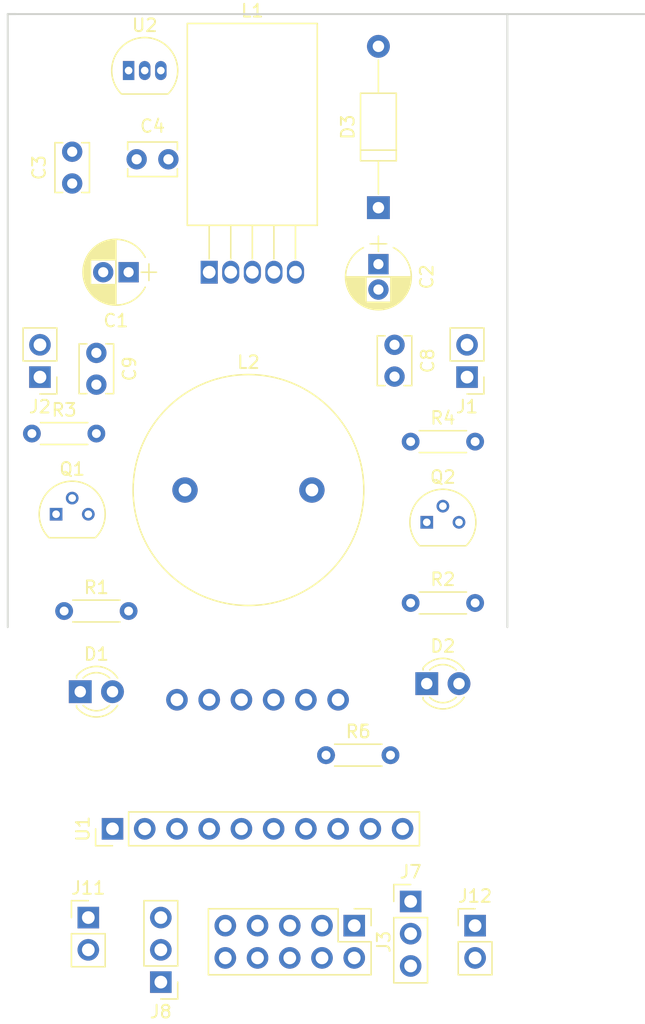
<source format=kicad_pcb>
(kicad_pcb (version 4) (host pcbnew 4.0.7)

  (general
    (links 63)
    (no_connects 63)
    (area 95.809999 29.134999 146.125001 77.545001)
    (thickness 1.6)
    (drawings 4)
    (tracks 0)
    (zones 0)
    (modules 28)
    (nets 22)
  )

  (page A4)
  (layers
    (0 F.Cu signal)
    (31 B.Cu signal)
    (32 B.Adhes user)
    (33 F.Adhes user)
    (34 B.Paste user)
    (35 F.Paste user)
    (36 B.SilkS user)
    (37 F.SilkS user)
    (38 B.Mask user)
    (39 F.Mask user)
    (40 Dwgs.User user)
    (41 Cmts.User user)
    (42 Eco1.User user)
    (43 Eco2.User user)
    (44 Edge.Cuts user)
    (45 Margin user)
    (46 B.CrtYd user)
    (47 F.CrtYd user)
    (48 B.Fab user)
    (49 F.Fab user)
  )

  (setup
    (last_trace_width 0.25)
    (trace_clearance 0.2)
    (zone_clearance 0.508)
    (zone_45_only no)
    (trace_min 0.2)
    (segment_width 0.2)
    (edge_width 0.15)
    (via_size 0.6)
    (via_drill 0.4)
    (via_min_size 0.4)
    (via_min_drill 0.3)
    (uvia_size 0.3)
    (uvia_drill 0.1)
    (uvias_allowed no)
    (uvia_min_size 0.2)
    (uvia_min_drill 0.1)
    (pcb_text_width 0.3)
    (pcb_text_size 1.5 1.5)
    (mod_edge_width 0.15)
    (mod_text_size 1 1)
    (mod_text_width 0.15)
    (pad_size 1.524 1.524)
    (pad_drill 0.762)
    (pad_to_mask_clearance 0.2)
    (aux_axis_origin 0 0)
    (visible_elements 7FFFFFFF)
    (pcbplotparams
      (layerselection 0x000f0_80000001)
      (usegerberextensions false)
      (excludeedgelayer true)
      (linewidth 0.100000)
      (plotframeref false)
      (viasonmask false)
      (mode 1)
      (useauxorigin false)
      (hpglpennumber 1)
      (hpglpenspeed 20)
      (hpglpendiameter 15)
      (hpglpenoverlay 2)
      (psnegative false)
      (psa4output false)
      (plotreference true)
      (plotvalue true)
      (plotinvisibletext false)
      (padsonsilk false)
      (subtractmaskfromsilk false)
      (outputformat 1)
      (mirror false)
      (drillshape 0)
      (scaleselection 1)
      (outputdirectory gerber/))
  )

  (net 0 "")
  (net 1 +BATT)
  (net 2 GND)
  (net 3 +5V)
  (net 4 +3V3)
  (net 5 STBY)
  (net 6 VCC)
  (net 7 "Net-(C8-Pad1)")
  (net 8 "Net-(C8-Pad2)")
  (net 9 "Net-(C9-Pad1)")
  (net 10 "Net-(C9-Pad2)")
  (net 11 "Net-(D1-Pad1)")
  (net 12 "Net-(D2-Pad1)")
  (net 13 BPWM)
  (net 14 B2)
  (net 15 APWM)
  (net 16 A2)
  (net 17 B1)
  (net 18 A1)
  (net 19 "Net-(D3-Pad1)")
  (net 20 "Net-(Q1-Pad2)")
  (net 21 "Net-(Q2-Pad2)")

  (net_class Default "This is the default net class."
    (clearance 0.2)
    (trace_width 0.25)
    (via_dia 0.6)
    (via_drill 0.4)
    (uvia_dia 0.3)
    (uvia_drill 0.1)
    (add_net +3V3)
    (add_net +5V)
    (add_net +BATT)
    (add_net A1)
    (add_net A2)
    (add_net APWM)
    (add_net B1)
    (add_net B2)
    (add_net BPWM)
    (add_net GND)
    (add_net "Net-(C8-Pad1)")
    (add_net "Net-(C8-Pad2)")
    (add_net "Net-(C9-Pad1)")
    (add_net "Net-(C9-Pad2)")
    (add_net "Net-(D1-Pad1)")
    (add_net "Net-(D2-Pad1)")
    (add_net "Net-(D3-Pad1)")
    (add_net "Net-(Q1-Pad2)")
    (add_net "Net-(Q2-Pad2)")
    (add_net STBY)
    (add_net VCC)
  )

  (module kevin:Adafruit_Motor_Driver_TB6612 placed (layer F.Cu) (tedit 5AAE9A22) (tstamp 5AB1FF35)
    (at 104.14 93.345 90)
    (descr "Adafruit motor driver tb6612")
    (tags "adafruit motor driver tb6612")
    (path /5AAE9D59)
    (fp_text reference U1 (at 0 -2.33 90) (layer F.SilkS)
      (effects (font (size 1 1) (thickness 0.15)))
    )
    (fp_text value TB6612FNG (at 5.08 11.43 180) (layer F.Fab)
      (effects (font (size 1 1) (thickness 0.15)))
    )
    (fp_line (start -1.27 -1.27) (end -1.27 24.13) (layer F.Fab) (width 0.1))
    (fp_line (start -1.27 24.13) (end 1.27 24.13) (layer F.Fab) (width 0.1))
    (fp_line (start 1.27 24.13) (end 1.27 -1.27) (layer F.Fab) (width 0.1))
    (fp_line (start 1.27 -1.27) (end -1.27 -1.27) (layer F.Fab) (width 0.1))
    (fp_line (start -1.33 1.27) (end -1.33 24.19) (layer F.SilkS) (width 0.12))
    (fp_line (start -1.33 24.19) (end 1.33 24.19) (layer F.SilkS) (width 0.12))
    (fp_line (start 1.33 24.19) (end 1.33 1.27) (layer F.SilkS) (width 0.12))
    (fp_line (start 1.33 1.27) (end -1.33 1.27) (layer F.SilkS) (width 0.12))
    (fp_line (start -1.33 0) (end -1.33 -1.33) (layer F.SilkS) (width 0.12))
    (fp_line (start -1.33 -1.33) (end 0 -1.33) (layer F.SilkS) (width 0.12))
    (fp_line (start -1.8 -1.8) (end -1.8 24.65) (layer F.CrtYd) (width 0.05))
    (fp_line (start -1.8 24.65) (end 1.8 24.65) (layer F.CrtYd) (width 0.05))
    (fp_line (start 1.8 24.65) (end 1.8 -1.8) (layer F.CrtYd) (width 0.05))
    (fp_line (start 1.8 -1.8) (end -1.8 -1.8) (layer F.CrtYd) (width 0.05))
    (fp_text user %R (at 0 -2.33 90) (layer F.Fab)
      (effects (font (size 1 1) (thickness 0.15)))
    )
    (pad 16 thru_hole oval (at 10.16 17.78 90) (size 1.7 1.7) (drill 1) (layers *.Cu *.Mask)
      (net 8 "Net-(C8-Pad2)"))
    (pad 15 thru_hole oval (at 10.16 15.24 90) (size 1.7 1.7) (drill 1) (layers *.Cu *.Mask)
      (net 7 "Net-(C8-Pad1)"))
    (pad 14 thru_hole oval (at 10.16 12.7 90) (size 1.7 1.7) (drill 1) (layers *.Cu *.Mask)
      (net 2 GND))
    (pad 13 thru_hole oval (at 10.16 10.16 90) (size 1.7 1.7) (drill 1) (layers *.Cu *.Mask)
      (net 2 GND))
    (pad 12 thru_hole oval (at 10.16 7.62 90) (size 1.7 1.7) (drill 1) (layers *.Cu *.Mask)
      (net 10 "Net-(C9-Pad2)"))
    (pad 11 thru_hole oval (at 10.16 5.08 90) (size 1.7 1.7) (drill 1) (layers *.Cu *.Mask)
      (net 9 "Net-(C9-Pad1)"))
    (pad 1 thru_hole rect (at 0 0 90) (size 1.7 1.7) (drill 1) (layers *.Cu *.Mask)
      (net 3 +5V))
    (pad 2 thru_hole oval (at 0 2.54 90) (size 1.7 1.7) (drill 1) (layers *.Cu *.Mask)
      (net 3 +5V))
    (pad 3 thru_hole oval (at 0 5.08 90) (size 1.7 1.7) (drill 1) (layers *.Cu *.Mask)
      (net 2 GND))
    (pad 4 thru_hole oval (at 0 7.62 90) (size 1.7 1.7) (drill 1) (layers *.Cu *.Mask)
      (net 13 BPWM))
    (pad 5 thru_hole oval (at 0 10.16 90) (size 1.7 1.7) (drill 1) (layers *.Cu *.Mask)
      (net 14 B2))
    (pad 6 thru_hole oval (at 0 12.7 90) (size 1.7 1.7) (drill 1) (layers *.Cu *.Mask)
      (net 17 B1))
    (pad 7 thru_hole oval (at 0 15.24 90) (size 1.7 1.7) (drill 1) (layers *.Cu *.Mask)
      (net 5 STBY))
    (pad 8 thru_hole oval (at 0 17.78 90) (size 1.7 1.7) (drill 1) (layers *.Cu *.Mask)
      (net 16 A2))
    (pad 9 thru_hole oval (at 0 20.32 90) (size 1.7 1.7) (drill 1) (layers *.Cu *.Mask)
      (net 18 A1))
    (pad 10 thru_hole oval (at 0 22.86 90) (size 1.7 1.7) (drill 1) (layers *.Cu *.Mask)
      (net 15 APWM))
    (model ${KISYS3DMOD}/Socket_Strips.3dshapes/Socket_Strip_Straight_1x10_Pitch2.54mm.wrl
      (at (xyz 0 -0.45 0))
      (scale (xyz 1 1 1))
      (rotate (xyz 0 0 270))
    )
  )

  (module Capacitors_THT:CP_Radial_D5.0mm_P2.00mm placed (layer F.Cu) (tedit 597BC7C2) (tstamp 5AB2CF42)
    (at 105.41 49.53 180)
    (descr "CP, Radial series, Radial, pin pitch=2.00mm, , diameter=5mm, Electrolytic Capacitor")
    (tags "CP Radial series Radial pin pitch 2.00mm  diameter 5mm Electrolytic Capacitor")
    (path /5ACA7346)
    (fp_text reference C1 (at 1 -3.81 180) (layer F.SilkS)
      (effects (font (size 1 1) (thickness 0.15)))
    )
    (fp_text value 100uF (at 1 3.81 180) (layer F.Fab)
      (effects (font (size 1 1) (thickness 0.15)))
    )
    (fp_arc (start 1 0) (end -1.30558 -1.18) (angle 125.8) (layer F.SilkS) (width 0.12))
    (fp_arc (start 1 0) (end -1.30558 1.18) (angle -125.8) (layer F.SilkS) (width 0.12))
    (fp_arc (start 1 0) (end 3.30558 -1.18) (angle 54.2) (layer F.SilkS) (width 0.12))
    (fp_circle (center 1 0) (end 3.5 0) (layer F.Fab) (width 0.1))
    (fp_line (start -2.2 0) (end -1 0) (layer F.Fab) (width 0.1))
    (fp_line (start -1.6 -0.65) (end -1.6 0.65) (layer F.Fab) (width 0.1))
    (fp_line (start 1 -2.55) (end 1 2.55) (layer F.SilkS) (width 0.12))
    (fp_line (start 1.04 -2.55) (end 1.04 -0.98) (layer F.SilkS) (width 0.12))
    (fp_line (start 1.04 0.98) (end 1.04 2.55) (layer F.SilkS) (width 0.12))
    (fp_line (start 1.08 -2.549) (end 1.08 -0.98) (layer F.SilkS) (width 0.12))
    (fp_line (start 1.08 0.98) (end 1.08 2.549) (layer F.SilkS) (width 0.12))
    (fp_line (start 1.12 -2.548) (end 1.12 -0.98) (layer F.SilkS) (width 0.12))
    (fp_line (start 1.12 0.98) (end 1.12 2.548) (layer F.SilkS) (width 0.12))
    (fp_line (start 1.16 -2.546) (end 1.16 -0.98) (layer F.SilkS) (width 0.12))
    (fp_line (start 1.16 0.98) (end 1.16 2.546) (layer F.SilkS) (width 0.12))
    (fp_line (start 1.2 -2.543) (end 1.2 -0.98) (layer F.SilkS) (width 0.12))
    (fp_line (start 1.2 0.98) (end 1.2 2.543) (layer F.SilkS) (width 0.12))
    (fp_line (start 1.24 -2.539) (end 1.24 -0.98) (layer F.SilkS) (width 0.12))
    (fp_line (start 1.24 0.98) (end 1.24 2.539) (layer F.SilkS) (width 0.12))
    (fp_line (start 1.28 -2.535) (end 1.28 -0.98) (layer F.SilkS) (width 0.12))
    (fp_line (start 1.28 0.98) (end 1.28 2.535) (layer F.SilkS) (width 0.12))
    (fp_line (start 1.32 -2.531) (end 1.32 -0.98) (layer F.SilkS) (width 0.12))
    (fp_line (start 1.32 0.98) (end 1.32 2.531) (layer F.SilkS) (width 0.12))
    (fp_line (start 1.36 -2.525) (end 1.36 -0.98) (layer F.SilkS) (width 0.12))
    (fp_line (start 1.36 0.98) (end 1.36 2.525) (layer F.SilkS) (width 0.12))
    (fp_line (start 1.4 -2.519) (end 1.4 -0.98) (layer F.SilkS) (width 0.12))
    (fp_line (start 1.4 0.98) (end 1.4 2.519) (layer F.SilkS) (width 0.12))
    (fp_line (start 1.44 -2.513) (end 1.44 -0.98) (layer F.SilkS) (width 0.12))
    (fp_line (start 1.44 0.98) (end 1.44 2.513) (layer F.SilkS) (width 0.12))
    (fp_line (start 1.48 -2.506) (end 1.48 -0.98) (layer F.SilkS) (width 0.12))
    (fp_line (start 1.48 0.98) (end 1.48 2.506) (layer F.SilkS) (width 0.12))
    (fp_line (start 1.52 -2.498) (end 1.52 -0.98) (layer F.SilkS) (width 0.12))
    (fp_line (start 1.52 0.98) (end 1.52 2.498) (layer F.SilkS) (width 0.12))
    (fp_line (start 1.56 -2.489) (end 1.56 -0.98) (layer F.SilkS) (width 0.12))
    (fp_line (start 1.56 0.98) (end 1.56 2.489) (layer F.SilkS) (width 0.12))
    (fp_line (start 1.6 -2.48) (end 1.6 -0.98) (layer F.SilkS) (width 0.12))
    (fp_line (start 1.6 0.98) (end 1.6 2.48) (layer F.SilkS) (width 0.12))
    (fp_line (start 1.64 -2.47) (end 1.64 -0.98) (layer F.SilkS) (width 0.12))
    (fp_line (start 1.64 0.98) (end 1.64 2.47) (layer F.SilkS) (width 0.12))
    (fp_line (start 1.68 -2.46) (end 1.68 -0.98) (layer F.SilkS) (width 0.12))
    (fp_line (start 1.68 0.98) (end 1.68 2.46) (layer F.SilkS) (width 0.12))
    (fp_line (start 1.721 -2.448) (end 1.721 -0.98) (layer F.SilkS) (width 0.12))
    (fp_line (start 1.721 0.98) (end 1.721 2.448) (layer F.SilkS) (width 0.12))
    (fp_line (start 1.761 -2.436) (end 1.761 -0.98) (layer F.SilkS) (width 0.12))
    (fp_line (start 1.761 0.98) (end 1.761 2.436) (layer F.SilkS) (width 0.12))
    (fp_line (start 1.801 -2.424) (end 1.801 -0.98) (layer F.SilkS) (width 0.12))
    (fp_line (start 1.801 0.98) (end 1.801 2.424) (layer F.SilkS) (width 0.12))
    (fp_line (start 1.841 -2.41) (end 1.841 -0.98) (layer F.SilkS) (width 0.12))
    (fp_line (start 1.841 0.98) (end 1.841 2.41) (layer F.SilkS) (width 0.12))
    (fp_line (start 1.881 -2.396) (end 1.881 -0.98) (layer F.SilkS) (width 0.12))
    (fp_line (start 1.881 0.98) (end 1.881 2.396) (layer F.SilkS) (width 0.12))
    (fp_line (start 1.921 -2.382) (end 1.921 -0.98) (layer F.SilkS) (width 0.12))
    (fp_line (start 1.921 0.98) (end 1.921 2.382) (layer F.SilkS) (width 0.12))
    (fp_line (start 1.961 -2.366) (end 1.961 -0.98) (layer F.SilkS) (width 0.12))
    (fp_line (start 1.961 0.98) (end 1.961 2.366) (layer F.SilkS) (width 0.12))
    (fp_line (start 2.001 -2.35) (end 2.001 -0.98) (layer F.SilkS) (width 0.12))
    (fp_line (start 2.001 0.98) (end 2.001 2.35) (layer F.SilkS) (width 0.12))
    (fp_line (start 2.041 -2.333) (end 2.041 -0.98) (layer F.SilkS) (width 0.12))
    (fp_line (start 2.041 0.98) (end 2.041 2.333) (layer F.SilkS) (width 0.12))
    (fp_line (start 2.081 -2.315) (end 2.081 -0.98) (layer F.SilkS) (width 0.12))
    (fp_line (start 2.081 0.98) (end 2.081 2.315) (layer F.SilkS) (width 0.12))
    (fp_line (start 2.121 -2.296) (end 2.121 -0.98) (layer F.SilkS) (width 0.12))
    (fp_line (start 2.121 0.98) (end 2.121 2.296) (layer F.SilkS) (width 0.12))
    (fp_line (start 2.161 -2.276) (end 2.161 -0.98) (layer F.SilkS) (width 0.12))
    (fp_line (start 2.161 0.98) (end 2.161 2.276) (layer F.SilkS) (width 0.12))
    (fp_line (start 2.201 -2.256) (end 2.201 -0.98) (layer F.SilkS) (width 0.12))
    (fp_line (start 2.201 0.98) (end 2.201 2.256) (layer F.SilkS) (width 0.12))
    (fp_line (start 2.241 -2.234) (end 2.241 -0.98) (layer F.SilkS) (width 0.12))
    (fp_line (start 2.241 0.98) (end 2.241 2.234) (layer F.SilkS) (width 0.12))
    (fp_line (start 2.281 -2.212) (end 2.281 -0.98) (layer F.SilkS) (width 0.12))
    (fp_line (start 2.281 0.98) (end 2.281 2.212) (layer F.SilkS) (width 0.12))
    (fp_line (start 2.321 -2.189) (end 2.321 -0.98) (layer F.SilkS) (width 0.12))
    (fp_line (start 2.321 0.98) (end 2.321 2.189) (layer F.SilkS) (width 0.12))
    (fp_line (start 2.361 -2.165) (end 2.361 -0.98) (layer F.SilkS) (width 0.12))
    (fp_line (start 2.361 0.98) (end 2.361 2.165) (layer F.SilkS) (width 0.12))
    (fp_line (start 2.401 -2.14) (end 2.401 -0.98) (layer F.SilkS) (width 0.12))
    (fp_line (start 2.401 0.98) (end 2.401 2.14) (layer F.SilkS) (width 0.12))
    (fp_line (start 2.441 -2.113) (end 2.441 -0.98) (layer F.SilkS) (width 0.12))
    (fp_line (start 2.441 0.98) (end 2.441 2.113) (layer F.SilkS) (width 0.12))
    (fp_line (start 2.481 -2.086) (end 2.481 -0.98) (layer F.SilkS) (width 0.12))
    (fp_line (start 2.481 0.98) (end 2.481 2.086) (layer F.SilkS) (width 0.12))
    (fp_line (start 2.521 -2.058) (end 2.521 -0.98) (layer F.SilkS) (width 0.12))
    (fp_line (start 2.521 0.98) (end 2.521 2.058) (layer F.SilkS) (width 0.12))
    (fp_line (start 2.561 -2.028) (end 2.561 -0.98) (layer F.SilkS) (width 0.12))
    (fp_line (start 2.561 0.98) (end 2.561 2.028) (layer F.SilkS) (width 0.12))
    (fp_line (start 2.601 -1.997) (end 2.601 -0.98) (layer F.SilkS) (width 0.12))
    (fp_line (start 2.601 0.98) (end 2.601 1.997) (layer F.SilkS) (width 0.12))
    (fp_line (start 2.641 -1.965) (end 2.641 -0.98) (layer F.SilkS) (width 0.12))
    (fp_line (start 2.641 0.98) (end 2.641 1.965) (layer F.SilkS) (width 0.12))
    (fp_line (start 2.681 -1.932) (end 2.681 -0.98) (layer F.SilkS) (width 0.12))
    (fp_line (start 2.681 0.98) (end 2.681 1.932) (layer F.SilkS) (width 0.12))
    (fp_line (start 2.721 -1.897) (end 2.721 -0.98) (layer F.SilkS) (width 0.12))
    (fp_line (start 2.721 0.98) (end 2.721 1.897) (layer F.SilkS) (width 0.12))
    (fp_line (start 2.761 -1.861) (end 2.761 -0.98) (layer F.SilkS) (width 0.12))
    (fp_line (start 2.761 0.98) (end 2.761 1.861) (layer F.SilkS) (width 0.12))
    (fp_line (start 2.801 -1.823) (end 2.801 -0.98) (layer F.SilkS) (width 0.12))
    (fp_line (start 2.801 0.98) (end 2.801 1.823) (layer F.SilkS) (width 0.12))
    (fp_line (start 2.841 -1.783) (end 2.841 -0.98) (layer F.SilkS) (width 0.12))
    (fp_line (start 2.841 0.98) (end 2.841 1.783) (layer F.SilkS) (width 0.12))
    (fp_line (start 2.881 -1.742) (end 2.881 -0.98) (layer F.SilkS) (width 0.12))
    (fp_line (start 2.881 0.98) (end 2.881 1.742) (layer F.SilkS) (width 0.12))
    (fp_line (start 2.921 -1.699) (end 2.921 -0.98) (layer F.SilkS) (width 0.12))
    (fp_line (start 2.921 0.98) (end 2.921 1.699) (layer F.SilkS) (width 0.12))
    (fp_line (start 2.961 -1.654) (end 2.961 -0.98) (layer F.SilkS) (width 0.12))
    (fp_line (start 2.961 0.98) (end 2.961 1.654) (layer F.SilkS) (width 0.12))
    (fp_line (start 3.001 -1.606) (end 3.001 1.606) (layer F.SilkS) (width 0.12))
    (fp_line (start 3.041 -1.556) (end 3.041 1.556) (layer F.SilkS) (width 0.12))
    (fp_line (start 3.081 -1.504) (end 3.081 1.504) (layer F.SilkS) (width 0.12))
    (fp_line (start 3.121 -1.448) (end 3.121 1.448) (layer F.SilkS) (width 0.12))
    (fp_line (start 3.161 -1.39) (end 3.161 1.39) (layer F.SilkS) (width 0.12))
    (fp_line (start 3.201 -1.327) (end 3.201 1.327) (layer F.SilkS) (width 0.12))
    (fp_line (start 3.241 -1.261) (end 3.241 1.261) (layer F.SilkS) (width 0.12))
    (fp_line (start 3.281 -1.189) (end 3.281 1.189) (layer F.SilkS) (width 0.12))
    (fp_line (start 3.321 -1.112) (end 3.321 1.112) (layer F.SilkS) (width 0.12))
    (fp_line (start 3.361 -1.028) (end 3.361 1.028) (layer F.SilkS) (width 0.12))
    (fp_line (start 3.401 -0.934) (end 3.401 0.934) (layer F.SilkS) (width 0.12))
    (fp_line (start 3.441 -0.829) (end 3.441 0.829) (layer F.SilkS) (width 0.12))
    (fp_line (start 3.481 -0.707) (end 3.481 0.707) (layer F.SilkS) (width 0.12))
    (fp_line (start 3.521 -0.559) (end 3.521 0.559) (layer F.SilkS) (width 0.12))
    (fp_line (start 3.561 -0.354) (end 3.561 0.354) (layer F.SilkS) (width 0.12))
    (fp_line (start -2.2 0) (end -1 0) (layer F.SilkS) (width 0.12))
    (fp_line (start -1.6 -0.65) (end -1.6 0.65) (layer F.SilkS) (width 0.12))
    (fp_line (start -1.85 -2.85) (end -1.85 2.85) (layer F.CrtYd) (width 0.05))
    (fp_line (start -1.85 2.85) (end 3.85 2.85) (layer F.CrtYd) (width 0.05))
    (fp_line (start 3.85 2.85) (end 3.85 -2.85) (layer F.CrtYd) (width 0.05))
    (fp_line (start 3.85 -2.85) (end -1.85 -2.85) (layer F.CrtYd) (width 0.05))
    (fp_text user %R (at 1 0 180) (layer F.Fab)
      (effects (font (size 1 1) (thickness 0.15)))
    )
    (pad 1 thru_hole rect (at 0 0 180) (size 1.6 1.6) (drill 0.8) (layers *.Cu *.Mask)
      (net 6 VCC))
    (pad 2 thru_hole circle (at 2 0 180) (size 1.6 1.6) (drill 0.8) (layers *.Cu *.Mask)
      (net 2 GND))
    (model ${KISYS3DMOD}/Capacitors_THT.3dshapes/CP_Radial_D5.0mm_P2.00mm.wrl
      (at (xyz 0 0 0))
      (scale (xyz 1 1 1))
      (rotate (xyz 0 0 0))
    )
  )

  (module Capacitors_THT:CP_Radial_D5.0mm_P2.00mm placed (layer F.Cu) (tedit 597BC7C2) (tstamp 5AB2CFC7)
    (at 125.095 48.895 270)
    (descr "CP, Radial series, Radial, pin pitch=2.00mm, , diameter=5mm, Electrolytic Capacitor")
    (tags "CP Radial series Radial pin pitch 2.00mm  diameter 5mm Electrolytic Capacitor")
    (path /5ACA7B80)
    (fp_text reference C2 (at 1 -3.81 270) (layer F.SilkS)
      (effects (font (size 1 1) (thickness 0.15)))
    )
    (fp_text value 1000uF (at 1 3.81 270) (layer F.Fab)
      (effects (font (size 1 1) (thickness 0.15)))
    )
    (fp_arc (start 1 0) (end -1.30558 -1.18) (angle 125.8) (layer F.SilkS) (width 0.12))
    (fp_arc (start 1 0) (end -1.30558 1.18) (angle -125.8) (layer F.SilkS) (width 0.12))
    (fp_arc (start 1 0) (end 3.30558 -1.18) (angle 54.2) (layer F.SilkS) (width 0.12))
    (fp_circle (center 1 0) (end 3.5 0) (layer F.Fab) (width 0.1))
    (fp_line (start -2.2 0) (end -1 0) (layer F.Fab) (width 0.1))
    (fp_line (start -1.6 -0.65) (end -1.6 0.65) (layer F.Fab) (width 0.1))
    (fp_line (start 1 -2.55) (end 1 2.55) (layer F.SilkS) (width 0.12))
    (fp_line (start 1.04 -2.55) (end 1.04 -0.98) (layer F.SilkS) (width 0.12))
    (fp_line (start 1.04 0.98) (end 1.04 2.55) (layer F.SilkS) (width 0.12))
    (fp_line (start 1.08 -2.549) (end 1.08 -0.98) (layer F.SilkS) (width 0.12))
    (fp_line (start 1.08 0.98) (end 1.08 2.549) (layer F.SilkS) (width 0.12))
    (fp_line (start 1.12 -2.548) (end 1.12 -0.98) (layer F.SilkS) (width 0.12))
    (fp_line (start 1.12 0.98) (end 1.12 2.548) (layer F.SilkS) (width 0.12))
    (fp_line (start 1.16 -2.546) (end 1.16 -0.98) (layer F.SilkS) (width 0.12))
    (fp_line (start 1.16 0.98) (end 1.16 2.546) (layer F.SilkS) (width 0.12))
    (fp_line (start 1.2 -2.543) (end 1.2 -0.98) (layer F.SilkS) (width 0.12))
    (fp_line (start 1.2 0.98) (end 1.2 2.543) (layer F.SilkS) (width 0.12))
    (fp_line (start 1.24 -2.539) (end 1.24 -0.98) (layer F.SilkS) (width 0.12))
    (fp_line (start 1.24 0.98) (end 1.24 2.539) (layer F.SilkS) (width 0.12))
    (fp_line (start 1.28 -2.535) (end 1.28 -0.98) (layer F.SilkS) (width 0.12))
    (fp_line (start 1.28 0.98) (end 1.28 2.535) (layer F.SilkS) (width 0.12))
    (fp_line (start 1.32 -2.531) (end 1.32 -0.98) (layer F.SilkS) (width 0.12))
    (fp_line (start 1.32 0.98) (end 1.32 2.531) (layer F.SilkS) (width 0.12))
    (fp_line (start 1.36 -2.525) (end 1.36 -0.98) (layer F.SilkS) (width 0.12))
    (fp_line (start 1.36 0.98) (end 1.36 2.525) (layer F.SilkS) (width 0.12))
    (fp_line (start 1.4 -2.519) (end 1.4 -0.98) (layer F.SilkS) (width 0.12))
    (fp_line (start 1.4 0.98) (end 1.4 2.519) (layer F.SilkS) (width 0.12))
    (fp_line (start 1.44 -2.513) (end 1.44 -0.98) (layer F.SilkS) (width 0.12))
    (fp_line (start 1.44 0.98) (end 1.44 2.513) (layer F.SilkS) (width 0.12))
    (fp_line (start 1.48 -2.506) (end 1.48 -0.98) (layer F.SilkS) (width 0.12))
    (fp_line (start 1.48 0.98) (end 1.48 2.506) (layer F.SilkS) (width 0.12))
    (fp_line (start 1.52 -2.498) (end 1.52 -0.98) (layer F.SilkS) (width 0.12))
    (fp_line (start 1.52 0.98) (end 1.52 2.498) (layer F.SilkS) (width 0.12))
    (fp_line (start 1.56 -2.489) (end 1.56 -0.98) (layer F.SilkS) (width 0.12))
    (fp_line (start 1.56 0.98) (end 1.56 2.489) (layer F.SilkS) (width 0.12))
    (fp_line (start 1.6 -2.48) (end 1.6 -0.98) (layer F.SilkS) (width 0.12))
    (fp_line (start 1.6 0.98) (end 1.6 2.48) (layer F.SilkS) (width 0.12))
    (fp_line (start 1.64 -2.47) (end 1.64 -0.98) (layer F.SilkS) (width 0.12))
    (fp_line (start 1.64 0.98) (end 1.64 2.47) (layer F.SilkS) (width 0.12))
    (fp_line (start 1.68 -2.46) (end 1.68 -0.98) (layer F.SilkS) (width 0.12))
    (fp_line (start 1.68 0.98) (end 1.68 2.46) (layer F.SilkS) (width 0.12))
    (fp_line (start 1.721 -2.448) (end 1.721 -0.98) (layer F.SilkS) (width 0.12))
    (fp_line (start 1.721 0.98) (end 1.721 2.448) (layer F.SilkS) (width 0.12))
    (fp_line (start 1.761 -2.436) (end 1.761 -0.98) (layer F.SilkS) (width 0.12))
    (fp_line (start 1.761 0.98) (end 1.761 2.436) (layer F.SilkS) (width 0.12))
    (fp_line (start 1.801 -2.424) (end 1.801 -0.98) (layer F.SilkS) (width 0.12))
    (fp_line (start 1.801 0.98) (end 1.801 2.424) (layer F.SilkS) (width 0.12))
    (fp_line (start 1.841 -2.41) (end 1.841 -0.98) (layer F.SilkS) (width 0.12))
    (fp_line (start 1.841 0.98) (end 1.841 2.41) (layer F.SilkS) (width 0.12))
    (fp_line (start 1.881 -2.396) (end 1.881 -0.98) (layer F.SilkS) (width 0.12))
    (fp_line (start 1.881 0.98) (end 1.881 2.396) (layer F.SilkS) (width 0.12))
    (fp_line (start 1.921 -2.382) (end 1.921 -0.98) (layer F.SilkS) (width 0.12))
    (fp_line (start 1.921 0.98) (end 1.921 2.382) (layer F.SilkS) (width 0.12))
    (fp_line (start 1.961 -2.366) (end 1.961 -0.98) (layer F.SilkS) (width 0.12))
    (fp_line (start 1.961 0.98) (end 1.961 2.366) (layer F.SilkS) (width 0.12))
    (fp_line (start 2.001 -2.35) (end 2.001 -0.98) (layer F.SilkS) (width 0.12))
    (fp_line (start 2.001 0.98) (end 2.001 2.35) (layer F.SilkS) (width 0.12))
    (fp_line (start 2.041 -2.333) (end 2.041 -0.98) (layer F.SilkS) (width 0.12))
    (fp_line (start 2.041 0.98) (end 2.041 2.333) (layer F.SilkS) (width 0.12))
    (fp_line (start 2.081 -2.315) (end 2.081 -0.98) (layer F.SilkS) (width 0.12))
    (fp_line (start 2.081 0.98) (end 2.081 2.315) (layer F.SilkS) (width 0.12))
    (fp_line (start 2.121 -2.296) (end 2.121 -0.98) (layer F.SilkS) (width 0.12))
    (fp_line (start 2.121 0.98) (end 2.121 2.296) (layer F.SilkS) (width 0.12))
    (fp_line (start 2.161 -2.276) (end 2.161 -0.98) (layer F.SilkS) (width 0.12))
    (fp_line (start 2.161 0.98) (end 2.161 2.276) (layer F.SilkS) (width 0.12))
    (fp_line (start 2.201 -2.256) (end 2.201 -0.98) (layer F.SilkS) (width 0.12))
    (fp_line (start 2.201 0.98) (end 2.201 2.256) (layer F.SilkS) (width 0.12))
    (fp_line (start 2.241 -2.234) (end 2.241 -0.98) (layer F.SilkS) (width 0.12))
    (fp_line (start 2.241 0.98) (end 2.241 2.234) (layer F.SilkS) (width 0.12))
    (fp_line (start 2.281 -2.212) (end 2.281 -0.98) (layer F.SilkS) (width 0.12))
    (fp_line (start 2.281 0.98) (end 2.281 2.212) (layer F.SilkS) (width 0.12))
    (fp_line (start 2.321 -2.189) (end 2.321 -0.98) (layer F.SilkS) (width 0.12))
    (fp_line (start 2.321 0.98) (end 2.321 2.189) (layer F.SilkS) (width 0.12))
    (fp_line (start 2.361 -2.165) (end 2.361 -0.98) (layer F.SilkS) (width 0.12))
    (fp_line (start 2.361 0.98) (end 2.361 2.165) (layer F.SilkS) (width 0.12))
    (fp_line (start 2.401 -2.14) (end 2.401 -0.98) (layer F.SilkS) (width 0.12))
    (fp_line (start 2.401 0.98) (end 2.401 2.14) (layer F.SilkS) (width 0.12))
    (fp_line (start 2.441 -2.113) (end 2.441 -0.98) (layer F.SilkS) (width 0.12))
    (fp_line (start 2.441 0.98) (end 2.441 2.113) (layer F.SilkS) (width 0.12))
    (fp_line (start 2.481 -2.086) (end 2.481 -0.98) (layer F.SilkS) (width 0.12))
    (fp_line (start 2.481 0.98) (end 2.481 2.086) (layer F.SilkS) (width 0.12))
    (fp_line (start 2.521 -2.058) (end 2.521 -0.98) (layer F.SilkS) (width 0.12))
    (fp_line (start 2.521 0.98) (end 2.521 2.058) (layer F.SilkS) (width 0.12))
    (fp_line (start 2.561 -2.028) (end 2.561 -0.98) (layer F.SilkS) (width 0.12))
    (fp_line (start 2.561 0.98) (end 2.561 2.028) (layer F.SilkS) (width 0.12))
    (fp_line (start 2.601 -1.997) (end 2.601 -0.98) (layer F.SilkS) (width 0.12))
    (fp_line (start 2.601 0.98) (end 2.601 1.997) (layer F.SilkS) (width 0.12))
    (fp_line (start 2.641 -1.965) (end 2.641 -0.98) (layer F.SilkS) (width 0.12))
    (fp_line (start 2.641 0.98) (end 2.641 1.965) (layer F.SilkS) (width 0.12))
    (fp_line (start 2.681 -1.932) (end 2.681 -0.98) (layer F.SilkS) (width 0.12))
    (fp_line (start 2.681 0.98) (end 2.681 1.932) (layer F.SilkS) (width 0.12))
    (fp_line (start 2.721 -1.897) (end 2.721 -0.98) (layer F.SilkS) (width 0.12))
    (fp_line (start 2.721 0.98) (end 2.721 1.897) (layer F.SilkS) (width 0.12))
    (fp_line (start 2.761 -1.861) (end 2.761 -0.98) (layer F.SilkS) (width 0.12))
    (fp_line (start 2.761 0.98) (end 2.761 1.861) (layer F.SilkS) (width 0.12))
    (fp_line (start 2.801 -1.823) (end 2.801 -0.98) (layer F.SilkS) (width 0.12))
    (fp_line (start 2.801 0.98) (end 2.801 1.823) (layer F.SilkS) (width 0.12))
    (fp_line (start 2.841 -1.783) (end 2.841 -0.98) (layer F.SilkS) (width 0.12))
    (fp_line (start 2.841 0.98) (end 2.841 1.783) (layer F.SilkS) (width 0.12))
    (fp_line (start 2.881 -1.742) (end 2.881 -0.98) (layer F.SilkS) (width 0.12))
    (fp_line (start 2.881 0.98) (end 2.881 1.742) (layer F.SilkS) (width 0.12))
    (fp_line (start 2.921 -1.699) (end 2.921 -0.98) (layer F.SilkS) (width 0.12))
    (fp_line (start 2.921 0.98) (end 2.921 1.699) (layer F.SilkS) (width 0.12))
    (fp_line (start 2.961 -1.654) (end 2.961 -0.98) (layer F.SilkS) (width 0.12))
    (fp_line (start 2.961 0.98) (end 2.961 1.654) (layer F.SilkS) (width 0.12))
    (fp_line (start 3.001 -1.606) (end 3.001 1.606) (layer F.SilkS) (width 0.12))
    (fp_line (start 3.041 -1.556) (end 3.041 1.556) (layer F.SilkS) (width 0.12))
    (fp_line (start 3.081 -1.504) (end 3.081 1.504) (layer F.SilkS) (width 0.12))
    (fp_line (start 3.121 -1.448) (end 3.121 1.448) (layer F.SilkS) (width 0.12))
    (fp_line (start 3.161 -1.39) (end 3.161 1.39) (layer F.SilkS) (width 0.12))
    (fp_line (start 3.201 -1.327) (end 3.201 1.327) (layer F.SilkS) (width 0.12))
    (fp_line (start 3.241 -1.261) (end 3.241 1.261) (layer F.SilkS) (width 0.12))
    (fp_line (start 3.281 -1.189) (end 3.281 1.189) (layer F.SilkS) (width 0.12))
    (fp_line (start 3.321 -1.112) (end 3.321 1.112) (layer F.SilkS) (width 0.12))
    (fp_line (start 3.361 -1.028) (end 3.361 1.028) (layer F.SilkS) (width 0.12))
    (fp_line (start 3.401 -0.934) (end 3.401 0.934) (layer F.SilkS) (width 0.12))
    (fp_line (start 3.441 -0.829) (end 3.441 0.829) (layer F.SilkS) (width 0.12))
    (fp_line (start 3.481 -0.707) (end 3.481 0.707) (layer F.SilkS) (width 0.12))
    (fp_line (start 3.521 -0.559) (end 3.521 0.559) (layer F.SilkS) (width 0.12))
    (fp_line (start 3.561 -0.354) (end 3.561 0.354) (layer F.SilkS) (width 0.12))
    (fp_line (start -2.2 0) (end -1 0) (layer F.SilkS) (width 0.12))
    (fp_line (start -1.6 -0.65) (end -1.6 0.65) (layer F.SilkS) (width 0.12))
    (fp_line (start -1.85 -2.85) (end -1.85 2.85) (layer F.CrtYd) (width 0.05))
    (fp_line (start -1.85 2.85) (end 3.85 2.85) (layer F.CrtYd) (width 0.05))
    (fp_line (start 3.85 2.85) (end 3.85 -2.85) (layer F.CrtYd) (width 0.05))
    (fp_line (start 3.85 -2.85) (end -1.85 -2.85) (layer F.CrtYd) (width 0.05))
    (fp_text user %R (at 1 0 270) (layer F.Fab)
      (effects (font (size 1 1) (thickness 0.15)))
    )
    (pad 1 thru_hole rect (at 0 0 270) (size 1.6 1.6) (drill 0.8) (layers *.Cu *.Mask)
      (net 3 +5V))
    (pad 2 thru_hole circle (at 2 0 270) (size 1.6 1.6) (drill 0.8) (layers *.Cu *.Mask)
      (net 2 GND))
    (model ${KISYS3DMOD}/Capacitors_THT.3dshapes/CP_Radial_D5.0mm_P2.00mm.wrl
      (at (xyz 0 0 0))
      (scale (xyz 1 1 1))
      (rotate (xyz 0 0 0))
    )
  )

  (module Capacitors_THT:C_Disc_D3.8mm_W2.6mm_P2.50mm placed (layer F.Cu) (tedit 597BC7C2) (tstamp 5AB2CFDC)
    (at 100.965 42.545 90)
    (descr "C, Disc series, Radial, pin pitch=2.50mm, , diameter*width=3.8*2.6mm^2, Capacitor, http://www.vishay.com/docs/45233/krseries.pdf")
    (tags "C Disc series Radial pin pitch 2.50mm  diameter 3.8mm width 2.6mm Capacitor")
    (path /5AAE9E10)
    (fp_text reference C3 (at 1.25 -2.61 90) (layer F.SilkS)
      (effects (font (size 1 1) (thickness 0.15)))
    )
    (fp_text value 0.1uF (at 1.25 2.61 90) (layer F.Fab)
      (effects (font (size 1 1) (thickness 0.15)))
    )
    (fp_line (start -0.65 -1.3) (end -0.65 1.3) (layer F.Fab) (width 0.1))
    (fp_line (start -0.65 1.3) (end 3.15 1.3) (layer F.Fab) (width 0.1))
    (fp_line (start 3.15 1.3) (end 3.15 -1.3) (layer F.Fab) (width 0.1))
    (fp_line (start 3.15 -1.3) (end -0.65 -1.3) (layer F.Fab) (width 0.1))
    (fp_line (start -0.71 -1.36) (end 3.21 -1.36) (layer F.SilkS) (width 0.12))
    (fp_line (start -0.71 1.36) (end 3.21 1.36) (layer F.SilkS) (width 0.12))
    (fp_line (start -0.71 -1.36) (end -0.71 -0.75) (layer F.SilkS) (width 0.12))
    (fp_line (start -0.71 0.75) (end -0.71 1.36) (layer F.SilkS) (width 0.12))
    (fp_line (start 3.21 -1.36) (end 3.21 -0.75) (layer F.SilkS) (width 0.12))
    (fp_line (start 3.21 0.75) (end 3.21 1.36) (layer F.SilkS) (width 0.12))
    (fp_line (start -1.05 -1.65) (end -1.05 1.65) (layer F.CrtYd) (width 0.05))
    (fp_line (start -1.05 1.65) (end 3.55 1.65) (layer F.CrtYd) (width 0.05))
    (fp_line (start 3.55 1.65) (end 3.55 -1.65) (layer F.CrtYd) (width 0.05))
    (fp_line (start 3.55 -1.65) (end -1.05 -1.65) (layer F.CrtYd) (width 0.05))
    (fp_text user %R (at 1.25 0 90) (layer F.Fab)
      (effects (font (size 1 1) (thickness 0.15)))
    )
    (pad 1 thru_hole circle (at 0 0 90) (size 1.6 1.6) (drill 0.8) (layers *.Cu *.Mask)
      (net 3 +5V))
    (pad 2 thru_hole circle (at 2.5 0 90) (size 1.6 1.6) (drill 0.8) (layers *.Cu *.Mask)
      (net 2 GND))
    (model ${KISYS3DMOD}/Capacitors_THT.3dshapes/C_Disc_D3.8mm_W2.6mm_P2.50mm.wrl
      (at (xyz 0 0 0))
      (scale (xyz 1 1 1))
      (rotate (xyz 0 0 0))
    )
  )

  (module Capacitors_THT:C_Disc_D3.8mm_W2.6mm_P2.50mm placed (layer F.Cu) (tedit 597BC7C2) (tstamp 5AB2CFF1)
    (at 106.045 40.64)
    (descr "C, Disc series, Radial, pin pitch=2.50mm, , diameter*width=3.8*2.6mm^2, Capacitor, http://www.vishay.com/docs/45233/krseries.pdf")
    (tags "C Disc series Radial pin pitch 2.50mm  diameter 3.8mm width 2.6mm Capacitor")
    (path /5ACA6864)
    (fp_text reference C4 (at 1.25 -2.61) (layer F.SilkS)
      (effects (font (size 1 1) (thickness 0.15)))
    )
    (fp_text value 0.1uF (at 1.25 2.61) (layer F.Fab)
      (effects (font (size 1 1) (thickness 0.15)))
    )
    (fp_line (start -0.65 -1.3) (end -0.65 1.3) (layer F.Fab) (width 0.1))
    (fp_line (start -0.65 1.3) (end 3.15 1.3) (layer F.Fab) (width 0.1))
    (fp_line (start 3.15 1.3) (end 3.15 -1.3) (layer F.Fab) (width 0.1))
    (fp_line (start 3.15 -1.3) (end -0.65 -1.3) (layer F.Fab) (width 0.1))
    (fp_line (start -0.71 -1.36) (end 3.21 -1.36) (layer F.SilkS) (width 0.12))
    (fp_line (start -0.71 1.36) (end 3.21 1.36) (layer F.SilkS) (width 0.12))
    (fp_line (start -0.71 -1.36) (end -0.71 -0.75) (layer F.SilkS) (width 0.12))
    (fp_line (start -0.71 0.75) (end -0.71 1.36) (layer F.SilkS) (width 0.12))
    (fp_line (start 3.21 -1.36) (end 3.21 -0.75) (layer F.SilkS) (width 0.12))
    (fp_line (start 3.21 0.75) (end 3.21 1.36) (layer F.SilkS) (width 0.12))
    (fp_line (start -1.05 -1.65) (end -1.05 1.65) (layer F.CrtYd) (width 0.05))
    (fp_line (start -1.05 1.65) (end 3.55 1.65) (layer F.CrtYd) (width 0.05))
    (fp_line (start 3.55 1.65) (end 3.55 -1.65) (layer F.CrtYd) (width 0.05))
    (fp_line (start 3.55 -1.65) (end -1.05 -1.65) (layer F.CrtYd) (width 0.05))
    (fp_text user %R (at 1.25 0) (layer F.Fab)
      (effects (font (size 1 1) (thickness 0.15)))
    )
    (pad 1 thru_hole circle (at 0 0) (size 1.6 1.6) (drill 0.8) (layers *.Cu *.Mask)
      (net 4 +3V3))
    (pad 2 thru_hole circle (at 2.5 0) (size 1.6 1.6) (drill 0.8) (layers *.Cu *.Mask)
      (net 2 GND))
    (model ${KISYS3DMOD}/Capacitors_THT.3dshapes/C_Disc_D3.8mm_W2.6mm_P2.50mm.wrl
      (at (xyz 0 0 0))
      (scale (xyz 1 1 1))
      (rotate (xyz 0 0 0))
    )
  )

  (module Pin_Headers:Pin_Header_Straight_1x02_Pitch2.54mm placed (layer F.Cu) (tedit 59650532) (tstamp 5AB2D007)
    (at 132.08 57.785 180)
    (descr "Through hole straight pin header, 1x02, 2.54mm pitch, single row")
    (tags "Through hole pin header THT 1x02 2.54mm single row")
    (path /5AAEC74A)
    (fp_text reference J1 (at 0 -2.33 180) (layer F.SilkS)
      (effects (font (size 1 1) (thickness 0.15)))
    )
    (fp_text value "MA PWR" (at 0 4.87 180) (layer F.Fab)
      (effects (font (size 1 1) (thickness 0.15)))
    )
    (fp_line (start -0.635 -1.27) (end 1.27 -1.27) (layer F.Fab) (width 0.1))
    (fp_line (start 1.27 -1.27) (end 1.27 3.81) (layer F.Fab) (width 0.1))
    (fp_line (start 1.27 3.81) (end -1.27 3.81) (layer F.Fab) (width 0.1))
    (fp_line (start -1.27 3.81) (end -1.27 -0.635) (layer F.Fab) (width 0.1))
    (fp_line (start -1.27 -0.635) (end -0.635 -1.27) (layer F.Fab) (width 0.1))
    (fp_line (start -1.33 3.87) (end 1.33 3.87) (layer F.SilkS) (width 0.12))
    (fp_line (start -1.33 1.27) (end -1.33 3.87) (layer F.SilkS) (width 0.12))
    (fp_line (start 1.33 1.27) (end 1.33 3.87) (layer F.SilkS) (width 0.12))
    (fp_line (start -1.33 1.27) (end 1.33 1.27) (layer F.SilkS) (width 0.12))
    (fp_line (start -1.33 0) (end -1.33 -1.33) (layer F.SilkS) (width 0.12))
    (fp_line (start -1.33 -1.33) (end 0 -1.33) (layer F.SilkS) (width 0.12))
    (fp_line (start -1.8 -1.8) (end -1.8 4.35) (layer F.CrtYd) (width 0.05))
    (fp_line (start -1.8 4.35) (end 1.8 4.35) (layer F.CrtYd) (width 0.05))
    (fp_line (start 1.8 4.35) (end 1.8 -1.8) (layer F.CrtYd) (width 0.05))
    (fp_line (start 1.8 -1.8) (end -1.8 -1.8) (layer F.CrtYd) (width 0.05))
    (fp_text user %R (at 0 1.27 270) (layer F.Fab)
      (effects (font (size 1 1) (thickness 0.15)))
    )
    (pad 1 thru_hole rect (at 0 0 180) (size 1.7 1.7) (drill 1) (layers *.Cu *.Mask)
      (net 8 "Net-(C8-Pad2)"))
    (pad 2 thru_hole oval (at 0 2.54 180) (size 1.7 1.7) (drill 1) (layers *.Cu *.Mask)
      (net 7 "Net-(C8-Pad1)"))
    (model ${KISYS3DMOD}/Pin_Headers.3dshapes/Pin_Header_Straight_1x02_Pitch2.54mm.wrl
      (at (xyz 0 0 0))
      (scale (xyz 1 1 1))
      (rotate (xyz 0 0 0))
    )
  )

  (module Pin_Headers:Pin_Header_Straight_1x02_Pitch2.54mm placed (layer F.Cu) (tedit 59650532) (tstamp 5AB2D01D)
    (at 98.425 57.785 180)
    (descr "Through hole straight pin header, 1x02, 2.54mm pitch, single row")
    (tags "Through hole pin header THT 1x02 2.54mm single row")
    (path /5AAEC812)
    (fp_text reference J2 (at 0 -2.33 180) (layer F.SilkS)
      (effects (font (size 1 1) (thickness 0.15)))
    )
    (fp_text value "MB PWR" (at 0 4.87 180) (layer F.Fab)
      (effects (font (size 1 1) (thickness 0.15)))
    )
    (fp_line (start -0.635 -1.27) (end 1.27 -1.27) (layer F.Fab) (width 0.1))
    (fp_line (start 1.27 -1.27) (end 1.27 3.81) (layer F.Fab) (width 0.1))
    (fp_line (start 1.27 3.81) (end -1.27 3.81) (layer F.Fab) (width 0.1))
    (fp_line (start -1.27 3.81) (end -1.27 -0.635) (layer F.Fab) (width 0.1))
    (fp_line (start -1.27 -0.635) (end -0.635 -1.27) (layer F.Fab) (width 0.1))
    (fp_line (start -1.33 3.87) (end 1.33 3.87) (layer F.SilkS) (width 0.12))
    (fp_line (start -1.33 1.27) (end -1.33 3.87) (layer F.SilkS) (width 0.12))
    (fp_line (start 1.33 1.27) (end 1.33 3.87) (layer F.SilkS) (width 0.12))
    (fp_line (start -1.33 1.27) (end 1.33 1.27) (layer F.SilkS) (width 0.12))
    (fp_line (start -1.33 0) (end -1.33 -1.33) (layer F.SilkS) (width 0.12))
    (fp_line (start -1.33 -1.33) (end 0 -1.33) (layer F.SilkS) (width 0.12))
    (fp_line (start -1.8 -1.8) (end -1.8 4.35) (layer F.CrtYd) (width 0.05))
    (fp_line (start -1.8 4.35) (end 1.8 4.35) (layer F.CrtYd) (width 0.05))
    (fp_line (start 1.8 4.35) (end 1.8 -1.8) (layer F.CrtYd) (width 0.05))
    (fp_line (start 1.8 -1.8) (end -1.8 -1.8) (layer F.CrtYd) (width 0.05))
    (fp_text user %R (at 0 1.27 270) (layer F.Fab)
      (effects (font (size 1 1) (thickness 0.15)))
    )
    (pad 1 thru_hole rect (at 0 0 180) (size 1.7 1.7) (drill 1) (layers *.Cu *.Mask)
      (net 10 "Net-(C9-Pad2)"))
    (pad 2 thru_hole oval (at 0 2.54 180) (size 1.7 1.7) (drill 1) (layers *.Cu *.Mask)
      (net 9 "Net-(C9-Pad1)"))
    (model ${KISYS3DMOD}/Pin_Headers.3dshapes/Pin_Header_Straight_1x02_Pitch2.54mm.wrl
      (at (xyz 0 0 0))
      (scale (xyz 1 1 1))
      (rotate (xyz 0 0 0))
    )
  )

  (module Capacitors_THT:C_Disc_D3.8mm_W2.6mm_P2.50mm placed (layer F.Cu) (tedit 597BC7C2) (tstamp 5ACA46F1)
    (at 126.365 55.245 270)
    (descr "C, Disc series, Radial, pin pitch=2.50mm, , diameter*width=3.8*2.6mm^2, Capacitor, http://www.vishay.com/docs/45233/krseries.pdf")
    (tags "C Disc series Radial pin pitch 2.50mm  diameter 3.8mm width 2.6mm Capacitor")
    (path /5AC7988D)
    (fp_text reference C8 (at 1.25 -2.61 270) (layer F.SilkS)
      (effects (font (size 1 1) (thickness 0.15)))
    )
    (fp_text value 0.1uF (at 1.25 2.61 270) (layer F.Fab)
      (effects (font (size 1 1) (thickness 0.15)))
    )
    (fp_line (start -0.65 -1.3) (end -0.65 1.3) (layer F.Fab) (width 0.1))
    (fp_line (start -0.65 1.3) (end 3.15 1.3) (layer F.Fab) (width 0.1))
    (fp_line (start 3.15 1.3) (end 3.15 -1.3) (layer F.Fab) (width 0.1))
    (fp_line (start 3.15 -1.3) (end -0.65 -1.3) (layer F.Fab) (width 0.1))
    (fp_line (start -0.71 -1.36) (end 3.21 -1.36) (layer F.SilkS) (width 0.12))
    (fp_line (start -0.71 1.36) (end 3.21 1.36) (layer F.SilkS) (width 0.12))
    (fp_line (start -0.71 -1.36) (end -0.71 -0.75) (layer F.SilkS) (width 0.12))
    (fp_line (start -0.71 0.75) (end -0.71 1.36) (layer F.SilkS) (width 0.12))
    (fp_line (start 3.21 -1.36) (end 3.21 -0.75) (layer F.SilkS) (width 0.12))
    (fp_line (start 3.21 0.75) (end 3.21 1.36) (layer F.SilkS) (width 0.12))
    (fp_line (start -1.05 -1.65) (end -1.05 1.65) (layer F.CrtYd) (width 0.05))
    (fp_line (start -1.05 1.65) (end 3.55 1.65) (layer F.CrtYd) (width 0.05))
    (fp_line (start 3.55 1.65) (end 3.55 -1.65) (layer F.CrtYd) (width 0.05))
    (fp_line (start 3.55 -1.65) (end -1.05 -1.65) (layer F.CrtYd) (width 0.05))
    (fp_text user %R (at 1.25 0 270) (layer F.Fab)
      (effects (font (size 1 1) (thickness 0.15)))
    )
    (pad 1 thru_hole circle (at 0 0 270) (size 1.6 1.6) (drill 0.8) (layers *.Cu *.Mask)
      (net 7 "Net-(C8-Pad1)"))
    (pad 2 thru_hole circle (at 2.5 0 270) (size 1.6 1.6) (drill 0.8) (layers *.Cu *.Mask)
      (net 8 "Net-(C8-Pad2)"))
    (model ${KISYS3DMOD}/Capacitors_THT.3dshapes/C_Disc_D3.8mm_W2.6mm_P2.50mm.wrl
      (at (xyz 0 0 0))
      (scale (xyz 1 1 1))
      (rotate (xyz 0 0 0))
    )
  )

  (module Capacitors_THT:C_Disc_D3.8mm_W2.6mm_P2.50mm placed (layer F.Cu) (tedit 597BC7C2) (tstamp 5ACA46F7)
    (at 102.87 55.88 270)
    (descr "C, Disc series, Radial, pin pitch=2.50mm, , diameter*width=3.8*2.6mm^2, Capacitor, http://www.vishay.com/docs/45233/krseries.pdf")
    (tags "C Disc series Radial pin pitch 2.50mm  diameter 3.8mm width 2.6mm Capacitor")
    (path /5AC79959)
    (fp_text reference C9 (at 1.25 -2.61 270) (layer F.SilkS)
      (effects (font (size 1 1) (thickness 0.15)))
    )
    (fp_text value 0.1uF (at 1.25 2.61 270) (layer F.Fab)
      (effects (font (size 1 1) (thickness 0.15)))
    )
    (fp_line (start -0.65 -1.3) (end -0.65 1.3) (layer F.Fab) (width 0.1))
    (fp_line (start -0.65 1.3) (end 3.15 1.3) (layer F.Fab) (width 0.1))
    (fp_line (start 3.15 1.3) (end 3.15 -1.3) (layer F.Fab) (width 0.1))
    (fp_line (start 3.15 -1.3) (end -0.65 -1.3) (layer F.Fab) (width 0.1))
    (fp_line (start -0.71 -1.36) (end 3.21 -1.36) (layer F.SilkS) (width 0.12))
    (fp_line (start -0.71 1.36) (end 3.21 1.36) (layer F.SilkS) (width 0.12))
    (fp_line (start -0.71 -1.36) (end -0.71 -0.75) (layer F.SilkS) (width 0.12))
    (fp_line (start -0.71 0.75) (end -0.71 1.36) (layer F.SilkS) (width 0.12))
    (fp_line (start 3.21 -1.36) (end 3.21 -0.75) (layer F.SilkS) (width 0.12))
    (fp_line (start 3.21 0.75) (end 3.21 1.36) (layer F.SilkS) (width 0.12))
    (fp_line (start -1.05 -1.65) (end -1.05 1.65) (layer F.CrtYd) (width 0.05))
    (fp_line (start -1.05 1.65) (end 3.55 1.65) (layer F.CrtYd) (width 0.05))
    (fp_line (start 3.55 1.65) (end 3.55 -1.65) (layer F.CrtYd) (width 0.05))
    (fp_line (start 3.55 -1.65) (end -1.05 -1.65) (layer F.CrtYd) (width 0.05))
    (fp_text user %R (at 1.25 0 270) (layer F.Fab)
      (effects (font (size 1 1) (thickness 0.15)))
    )
    (pad 1 thru_hole circle (at 0 0 270) (size 1.6 1.6) (drill 0.8) (layers *.Cu *.Mask)
      (net 9 "Net-(C9-Pad1)"))
    (pad 2 thru_hole circle (at 2.5 0 270) (size 1.6 1.6) (drill 0.8) (layers *.Cu *.Mask)
      (net 10 "Net-(C9-Pad2)"))
    (model ${KISYS3DMOD}/Capacitors_THT.3dshapes/C_Disc_D3.8mm_W2.6mm_P2.50mm.wrl
      (at (xyz 0 0 0))
      (scale (xyz 1 1 1))
      (rotate (xyz 0 0 0))
    )
  )

  (module LEDs:LED_D3.0mm placed (layer F.Cu) (tedit 587A3A7B) (tstamp 5ACA4703)
    (at 101.6 82.55)
    (descr "LED, diameter 3.0mm, 2 pins")
    (tags "LED diameter 3.0mm 2 pins")
    (path /5AC7BECD)
    (fp_text reference D1 (at 1.27 -2.96) (layer F.SilkS)
      (effects (font (size 1 1) (thickness 0.15)))
    )
    (fp_text value PWR (at 1.27 2.96) (layer F.Fab)
      (effects (font (size 1 1) (thickness 0.15)))
    )
    (fp_arc (start 1.27 0) (end -0.23 -1.16619) (angle 284.3) (layer F.Fab) (width 0.1))
    (fp_arc (start 1.27 0) (end -0.29 -1.235516) (angle 108.8) (layer F.SilkS) (width 0.12))
    (fp_arc (start 1.27 0) (end -0.29 1.235516) (angle -108.8) (layer F.SilkS) (width 0.12))
    (fp_arc (start 1.27 0) (end 0.229039 -1.08) (angle 87.9) (layer F.SilkS) (width 0.12))
    (fp_arc (start 1.27 0) (end 0.229039 1.08) (angle -87.9) (layer F.SilkS) (width 0.12))
    (fp_circle (center 1.27 0) (end 2.77 0) (layer F.Fab) (width 0.1))
    (fp_line (start -0.23 -1.16619) (end -0.23 1.16619) (layer F.Fab) (width 0.1))
    (fp_line (start -0.29 -1.236) (end -0.29 -1.08) (layer F.SilkS) (width 0.12))
    (fp_line (start -0.29 1.08) (end -0.29 1.236) (layer F.SilkS) (width 0.12))
    (fp_line (start -1.15 -2.25) (end -1.15 2.25) (layer F.CrtYd) (width 0.05))
    (fp_line (start -1.15 2.25) (end 3.7 2.25) (layer F.CrtYd) (width 0.05))
    (fp_line (start 3.7 2.25) (end 3.7 -2.25) (layer F.CrtYd) (width 0.05))
    (fp_line (start 3.7 -2.25) (end -1.15 -2.25) (layer F.CrtYd) (width 0.05))
    (pad 1 thru_hole rect (at 0 0) (size 1.8 1.8) (drill 0.9) (layers *.Cu *.Mask)
      (net 11 "Net-(D1-Pad1)"))
    (pad 2 thru_hole circle (at 2.54 0) (size 1.8 1.8) (drill 0.9) (layers *.Cu *.Mask)
      (net 3 +5V))
    (model ${KISYS3DMOD}/LEDs.3dshapes/LED_D3.0mm.wrl
      (at (xyz 0 0 0))
      (scale (xyz 0.393701 0.393701 0.393701))
      (rotate (xyz 0 0 0))
    )
  )

  (module LEDs:LED_D3.0mm placed (layer F.Cu) (tedit 587A3A7B) (tstamp 5ACA4709)
    (at 128.905 81.915)
    (descr "LED, diameter 3.0mm, 2 pins")
    (tags "LED diameter 3.0mm 2 pins")
    (path /5AC7EC83)
    (fp_text reference D2 (at 1.27 -2.96) (layer F.SilkS)
      (effects (font (size 1 1) (thickness 0.15)))
    )
    (fp_text value STBY (at 1.27 2.96) (layer F.Fab)
      (effects (font (size 1 1) (thickness 0.15)))
    )
    (fp_arc (start 1.27 0) (end -0.23 -1.16619) (angle 284.3) (layer F.Fab) (width 0.1))
    (fp_arc (start 1.27 0) (end -0.29 -1.235516) (angle 108.8) (layer F.SilkS) (width 0.12))
    (fp_arc (start 1.27 0) (end -0.29 1.235516) (angle -108.8) (layer F.SilkS) (width 0.12))
    (fp_arc (start 1.27 0) (end 0.229039 -1.08) (angle 87.9) (layer F.SilkS) (width 0.12))
    (fp_arc (start 1.27 0) (end 0.229039 1.08) (angle -87.9) (layer F.SilkS) (width 0.12))
    (fp_circle (center 1.27 0) (end 2.77 0) (layer F.Fab) (width 0.1))
    (fp_line (start -0.23 -1.16619) (end -0.23 1.16619) (layer F.Fab) (width 0.1))
    (fp_line (start -0.29 -1.236) (end -0.29 -1.08) (layer F.SilkS) (width 0.12))
    (fp_line (start -0.29 1.08) (end -0.29 1.236) (layer F.SilkS) (width 0.12))
    (fp_line (start -1.15 -2.25) (end -1.15 2.25) (layer F.CrtYd) (width 0.05))
    (fp_line (start -1.15 2.25) (end 3.7 2.25) (layer F.CrtYd) (width 0.05))
    (fp_line (start 3.7 2.25) (end 3.7 -2.25) (layer F.CrtYd) (width 0.05))
    (fp_line (start 3.7 -2.25) (end -1.15 -2.25) (layer F.CrtYd) (width 0.05))
    (pad 1 thru_hole rect (at 0 0) (size 1.8 1.8) (drill 0.9) (layers *.Cu *.Mask)
      (net 12 "Net-(D2-Pad1)"))
    (pad 2 thru_hole circle (at 2.54 0) (size 1.8 1.8) (drill 0.9) (layers *.Cu *.Mask)
      (net 3 +5V))
    (model ${KISYS3DMOD}/LEDs.3dshapes/LED_D3.0mm.wrl
      (at (xyz 0 0 0))
      (scale (xyz 0.393701 0.393701 0.393701))
      (rotate (xyz 0 0 0))
    )
  )

  (module Pin_Headers:Pin_Header_Straight_1x03_Pitch2.54mm placed (layer F.Cu) (tedit 59650532) (tstamp 5ACA470A)
    (at 127.635 99.06)
    (descr "Through hole straight pin header, 1x03, 2.54mm pitch, single row")
    (tags "Through hole pin header THT 1x03 2.54mm single row")
    (path /5AC7DBF6)
    (fp_text reference J7 (at 0 -2.33) (layer F.SilkS)
      (effects (font (size 1 1) (thickness 0.15)))
    )
    (fp_text value STBY (at 0 7.41) (layer F.Fab)
      (effects (font (size 1 1) (thickness 0.15)))
    )
    (fp_line (start -0.635 -1.27) (end 1.27 -1.27) (layer F.Fab) (width 0.1))
    (fp_line (start 1.27 -1.27) (end 1.27 6.35) (layer F.Fab) (width 0.1))
    (fp_line (start 1.27 6.35) (end -1.27 6.35) (layer F.Fab) (width 0.1))
    (fp_line (start -1.27 6.35) (end -1.27 -0.635) (layer F.Fab) (width 0.1))
    (fp_line (start -1.27 -0.635) (end -0.635 -1.27) (layer F.Fab) (width 0.1))
    (fp_line (start -1.33 6.41) (end 1.33 6.41) (layer F.SilkS) (width 0.12))
    (fp_line (start -1.33 1.27) (end -1.33 6.41) (layer F.SilkS) (width 0.12))
    (fp_line (start 1.33 1.27) (end 1.33 6.41) (layer F.SilkS) (width 0.12))
    (fp_line (start -1.33 1.27) (end 1.33 1.27) (layer F.SilkS) (width 0.12))
    (fp_line (start -1.33 0) (end -1.33 -1.33) (layer F.SilkS) (width 0.12))
    (fp_line (start -1.33 -1.33) (end 0 -1.33) (layer F.SilkS) (width 0.12))
    (fp_line (start -1.8 -1.8) (end -1.8 6.85) (layer F.CrtYd) (width 0.05))
    (fp_line (start -1.8 6.85) (end 1.8 6.85) (layer F.CrtYd) (width 0.05))
    (fp_line (start 1.8 6.85) (end 1.8 -1.8) (layer F.CrtYd) (width 0.05))
    (fp_line (start 1.8 -1.8) (end -1.8 -1.8) (layer F.CrtYd) (width 0.05))
    (fp_text user %R (at 0 2.54 90) (layer F.Fab)
      (effects (font (size 1 1) (thickness 0.15)))
    )
    (pad 1 thru_hole rect (at 0 0) (size 1.7 1.7) (drill 1) (layers *.Cu *.Mask))
    (pad 2 thru_hole oval (at 0 2.54) (size 1.7 1.7) (drill 1) (layers *.Cu *.Mask)
      (net 5 STBY))
    (pad 3 thru_hole oval (at 0 5.08) (size 1.7 1.7) (drill 1) (layers *.Cu *.Mask)
      (net 2 GND))
    (model ${KISYS3DMOD}/Pin_Headers.3dshapes/Pin_Header_Straight_1x03_Pitch2.54mm.wrl
      (at (xyz 0 0 0))
      (scale (xyz 1 1 1))
      (rotate (xyz 0 0 0))
    )
  )

  (module Pin_Headers:Pin_Header_Straight_1x03_Pitch2.54mm placed (layer F.Cu) (tedit 59650532) (tstamp 5ACA4710)
    (at 107.95 105.41 180)
    (descr "Through hole straight pin header, 1x03, 2.54mm pitch, single row")
    (tags "Through hole pin header THT 1x03 2.54mm single row")
    (path /5AC7C463)
    (fp_text reference J8 (at 0 -2.33 180) (layer F.SilkS)
      (effects (font (size 1 1) (thickness 0.15)))
    )
    (fp_text value PWR (at 0 7.41 180) (layer F.Fab)
      (effects (font (size 1 1) (thickness 0.15)))
    )
    (fp_line (start -0.635 -1.27) (end 1.27 -1.27) (layer F.Fab) (width 0.1))
    (fp_line (start 1.27 -1.27) (end 1.27 6.35) (layer F.Fab) (width 0.1))
    (fp_line (start 1.27 6.35) (end -1.27 6.35) (layer F.Fab) (width 0.1))
    (fp_line (start -1.27 6.35) (end -1.27 -0.635) (layer F.Fab) (width 0.1))
    (fp_line (start -1.27 -0.635) (end -0.635 -1.27) (layer F.Fab) (width 0.1))
    (fp_line (start -1.33 6.41) (end 1.33 6.41) (layer F.SilkS) (width 0.12))
    (fp_line (start -1.33 1.27) (end -1.33 6.41) (layer F.SilkS) (width 0.12))
    (fp_line (start 1.33 1.27) (end 1.33 6.41) (layer F.SilkS) (width 0.12))
    (fp_line (start -1.33 1.27) (end 1.33 1.27) (layer F.SilkS) (width 0.12))
    (fp_line (start -1.33 0) (end -1.33 -1.33) (layer F.SilkS) (width 0.12))
    (fp_line (start -1.33 -1.33) (end 0 -1.33) (layer F.SilkS) (width 0.12))
    (fp_line (start -1.8 -1.8) (end -1.8 6.85) (layer F.CrtYd) (width 0.05))
    (fp_line (start -1.8 6.85) (end 1.8 6.85) (layer F.CrtYd) (width 0.05))
    (fp_line (start 1.8 6.85) (end 1.8 -1.8) (layer F.CrtYd) (width 0.05))
    (fp_line (start 1.8 -1.8) (end -1.8 -1.8) (layer F.CrtYd) (width 0.05))
    (fp_text user %R (at 0 2.54 270) (layer F.Fab)
      (effects (font (size 1 1) (thickness 0.15)))
    )
    (pad 1 thru_hole rect (at 0 0 180) (size 1.7 1.7) (drill 1) (layers *.Cu *.Mask))
    (pad 2 thru_hole oval (at 0 2.54 180) (size 1.7 1.7) (drill 1) (layers *.Cu *.Mask)
      (net 1 +BATT))
    (pad 3 thru_hole oval (at 0 5.08 180) (size 1.7 1.7) (drill 1) (layers *.Cu *.Mask)
      (net 6 VCC))
    (model ${KISYS3DMOD}/Pin_Headers.3dshapes/Pin_Header_Straight_1x03_Pitch2.54mm.wrl
      (at (xyz 0 0 0))
      (scale (xyz 1 1 1))
      (rotate (xyz 0 0 0))
    )
  )

  (module Pin_Headers:Pin_Header_Straight_1x02_Pitch2.54mm placed (layer F.Cu) (tedit 59650532) (tstamp 5ACA4721)
    (at 102.235 100.33)
    (descr "Through hole straight pin header, 1x02, 2.54mm pitch, single row")
    (tags "Through hole pin header THT 1x02 2.54mm single row")
    (path /5AC818B6)
    (fp_text reference J11 (at 0 -2.33) (layer F.SilkS)
      (effects (font (size 1 1) (thickness 0.15)))
    )
    (fp_text value "MB CTRL" (at 0 4.87) (layer F.Fab)
      (effects (font (size 1 1) (thickness 0.15)))
    )
    (fp_line (start -0.635 -1.27) (end 1.27 -1.27) (layer F.Fab) (width 0.1))
    (fp_line (start 1.27 -1.27) (end 1.27 3.81) (layer F.Fab) (width 0.1))
    (fp_line (start 1.27 3.81) (end -1.27 3.81) (layer F.Fab) (width 0.1))
    (fp_line (start -1.27 3.81) (end -1.27 -0.635) (layer F.Fab) (width 0.1))
    (fp_line (start -1.27 -0.635) (end -0.635 -1.27) (layer F.Fab) (width 0.1))
    (fp_line (start -1.33 3.87) (end 1.33 3.87) (layer F.SilkS) (width 0.12))
    (fp_line (start -1.33 1.27) (end -1.33 3.87) (layer F.SilkS) (width 0.12))
    (fp_line (start 1.33 1.27) (end 1.33 3.87) (layer F.SilkS) (width 0.12))
    (fp_line (start -1.33 1.27) (end 1.33 1.27) (layer F.SilkS) (width 0.12))
    (fp_line (start -1.33 0) (end -1.33 -1.33) (layer F.SilkS) (width 0.12))
    (fp_line (start -1.33 -1.33) (end 0 -1.33) (layer F.SilkS) (width 0.12))
    (fp_line (start -1.8 -1.8) (end -1.8 4.35) (layer F.CrtYd) (width 0.05))
    (fp_line (start -1.8 4.35) (end 1.8 4.35) (layer F.CrtYd) (width 0.05))
    (fp_line (start 1.8 4.35) (end 1.8 -1.8) (layer F.CrtYd) (width 0.05))
    (fp_line (start 1.8 -1.8) (end -1.8 -1.8) (layer F.CrtYd) (width 0.05))
    (fp_text user %R (at 0 1.27 90) (layer F.Fab)
      (effects (font (size 1 1) (thickness 0.15)))
    )
    (pad 1 thru_hole rect (at 0 0) (size 1.7 1.7) (drill 1) (layers *.Cu *.Mask)
      (net 13 BPWM))
    (pad 2 thru_hole oval (at 0 2.54) (size 1.7 1.7) (drill 1) (layers *.Cu *.Mask)
      (net 14 B2))
    (model ${KISYS3DMOD}/Pin_Headers.3dshapes/Pin_Header_Straight_1x02_Pitch2.54mm.wrl
      (at (xyz 0 0 0))
      (scale (xyz 1 1 1))
      (rotate (xyz 0 0 0))
    )
  )

  (module Pin_Headers:Pin_Header_Straight_1x02_Pitch2.54mm placed (layer F.Cu) (tedit 59650532) (tstamp 5ACA4727)
    (at 132.715 100.965)
    (descr "Through hole straight pin header, 1x02, 2.54mm pitch, single row")
    (tags "Through hole pin header THT 1x02 2.54mm single row")
    (path /5AC827DA)
    (fp_text reference J12 (at 0 -2.33) (layer F.SilkS)
      (effects (font (size 1 1) (thickness 0.15)))
    )
    (fp_text value "MA CTRL" (at 0 4.87) (layer F.Fab)
      (effects (font (size 1 1) (thickness 0.15)))
    )
    (fp_line (start -0.635 -1.27) (end 1.27 -1.27) (layer F.Fab) (width 0.1))
    (fp_line (start 1.27 -1.27) (end 1.27 3.81) (layer F.Fab) (width 0.1))
    (fp_line (start 1.27 3.81) (end -1.27 3.81) (layer F.Fab) (width 0.1))
    (fp_line (start -1.27 3.81) (end -1.27 -0.635) (layer F.Fab) (width 0.1))
    (fp_line (start -1.27 -0.635) (end -0.635 -1.27) (layer F.Fab) (width 0.1))
    (fp_line (start -1.33 3.87) (end 1.33 3.87) (layer F.SilkS) (width 0.12))
    (fp_line (start -1.33 1.27) (end -1.33 3.87) (layer F.SilkS) (width 0.12))
    (fp_line (start 1.33 1.27) (end 1.33 3.87) (layer F.SilkS) (width 0.12))
    (fp_line (start -1.33 1.27) (end 1.33 1.27) (layer F.SilkS) (width 0.12))
    (fp_line (start -1.33 0) (end -1.33 -1.33) (layer F.SilkS) (width 0.12))
    (fp_line (start -1.33 -1.33) (end 0 -1.33) (layer F.SilkS) (width 0.12))
    (fp_line (start -1.8 -1.8) (end -1.8 4.35) (layer F.CrtYd) (width 0.05))
    (fp_line (start -1.8 4.35) (end 1.8 4.35) (layer F.CrtYd) (width 0.05))
    (fp_line (start 1.8 4.35) (end 1.8 -1.8) (layer F.CrtYd) (width 0.05))
    (fp_line (start 1.8 -1.8) (end -1.8 -1.8) (layer F.CrtYd) (width 0.05))
    (fp_text user %R (at 0 1.27 90) (layer F.Fab)
      (effects (font (size 1 1) (thickness 0.15)))
    )
    (pad 1 thru_hole rect (at 0 0) (size 1.7 1.7) (drill 1) (layers *.Cu *.Mask)
      (net 15 APWM))
    (pad 2 thru_hole oval (at 0 2.54) (size 1.7 1.7) (drill 1) (layers *.Cu *.Mask)
      (net 16 A2))
    (model ${KISYS3DMOD}/Pin_Headers.3dshapes/Pin_Header_Straight_1x02_Pitch2.54mm.wrl
      (at (xyz 0 0 0))
      (scale (xyz 1 1 1))
      (rotate (xyz 0 0 0))
    )
  )

  (module TO_SOT_Packages_THT:TO-92_Molded_Narrow placed (layer F.Cu) (tedit 58CE52AF) (tstamp 5ACA472E)
    (at 99.695 68.58)
    (descr "TO-92 leads molded, narrow, drill 0.6mm (see NXP sot054_po.pdf)")
    (tags "to-92 sc-43 sc-43a sot54 PA33 transistor")
    (path /5AC80E58)
    (fp_text reference Q1 (at 1.27 -3.56) (layer F.SilkS)
      (effects (font (size 1 1) (thickness 0.15)))
    )
    (fp_text value PN2222A (at 1.27 2.79) (layer F.Fab)
      (effects (font (size 1 1) (thickness 0.15)))
    )
    (fp_text user %R (at 1.27 -3.56) (layer F.Fab)
      (effects (font (size 1 1) (thickness 0.15)))
    )
    (fp_line (start -0.53 1.85) (end 3.07 1.85) (layer F.SilkS) (width 0.12))
    (fp_line (start -0.5 1.75) (end 3 1.75) (layer F.Fab) (width 0.1))
    (fp_line (start -1.46 -2.73) (end 4 -2.73) (layer F.CrtYd) (width 0.05))
    (fp_line (start -1.46 -2.73) (end -1.46 2.01) (layer F.CrtYd) (width 0.05))
    (fp_line (start 4 2.01) (end 4 -2.73) (layer F.CrtYd) (width 0.05))
    (fp_line (start 4 2.01) (end -1.46 2.01) (layer F.CrtYd) (width 0.05))
    (fp_arc (start 1.27 0) (end 1.27 -2.48) (angle 135) (layer F.Fab) (width 0.1))
    (fp_arc (start 1.27 0) (end 1.27 -2.6) (angle -135) (layer F.SilkS) (width 0.12))
    (fp_arc (start 1.27 0) (end 1.27 -2.48) (angle -135) (layer F.Fab) (width 0.1))
    (fp_arc (start 1.27 0) (end 1.27 -2.6) (angle 135) (layer F.SilkS) (width 0.12))
    (pad 2 thru_hole circle (at 1.27 -1.27 90) (size 1 1) (drill 0.6) (layers *.Cu *.Mask)
      (net 20 "Net-(Q1-Pad2)"))
    (pad 3 thru_hole circle (at 2.54 0 90) (size 1 1) (drill 0.6) (layers *.Cu *.Mask)
      (net 17 B1))
    (pad 1 thru_hole rect (at 0 0 90) (size 1 1) (drill 0.6) (layers *.Cu *.Mask)
      (net 2 GND))
    (model ${KISYS3DMOD}/TO_SOT_Packages_THT.3dshapes/TO-92_Molded_Narrow.wrl
      (at (xyz 0.05 0 0))
      (scale (xyz 1 1 1))
      (rotate (xyz 0 0 -90))
    )
  )

  (module TO_SOT_Packages_THT:TO-92_Molded_Narrow placed (layer F.Cu) (tedit 58CE52AF) (tstamp 5ACA4735)
    (at 128.905 69.215)
    (descr "TO-92 leads molded, narrow, drill 0.6mm (see NXP sot054_po.pdf)")
    (tags "to-92 sc-43 sc-43a sot54 PA33 transistor")
    (path /5AC827C8)
    (fp_text reference Q2 (at 1.27 -3.56) (layer F.SilkS)
      (effects (font (size 1 1) (thickness 0.15)))
    )
    (fp_text value PN2222A (at 1.27 2.79) (layer F.Fab)
      (effects (font (size 1 1) (thickness 0.15)))
    )
    (fp_text user %R (at 1.27 -3.56) (layer F.Fab)
      (effects (font (size 1 1) (thickness 0.15)))
    )
    (fp_line (start -0.53 1.85) (end 3.07 1.85) (layer F.SilkS) (width 0.12))
    (fp_line (start -0.5 1.75) (end 3 1.75) (layer F.Fab) (width 0.1))
    (fp_line (start -1.46 -2.73) (end 4 -2.73) (layer F.CrtYd) (width 0.05))
    (fp_line (start -1.46 -2.73) (end -1.46 2.01) (layer F.CrtYd) (width 0.05))
    (fp_line (start 4 2.01) (end 4 -2.73) (layer F.CrtYd) (width 0.05))
    (fp_line (start 4 2.01) (end -1.46 2.01) (layer F.CrtYd) (width 0.05))
    (fp_arc (start 1.27 0) (end 1.27 -2.48) (angle 135) (layer F.Fab) (width 0.1))
    (fp_arc (start 1.27 0) (end 1.27 -2.6) (angle -135) (layer F.SilkS) (width 0.12))
    (fp_arc (start 1.27 0) (end 1.27 -2.48) (angle -135) (layer F.Fab) (width 0.1))
    (fp_arc (start 1.27 0) (end 1.27 -2.6) (angle 135) (layer F.SilkS) (width 0.12))
    (pad 2 thru_hole circle (at 1.27 -1.27 90) (size 1 1) (drill 0.6) (layers *.Cu *.Mask)
      (net 21 "Net-(Q2-Pad2)"))
    (pad 3 thru_hole circle (at 2.54 0 90) (size 1 1) (drill 0.6) (layers *.Cu *.Mask)
      (net 18 A1))
    (pad 1 thru_hole rect (at 0 0 90) (size 1 1) (drill 0.6) (layers *.Cu *.Mask)
      (net 2 GND))
    (model ${KISYS3DMOD}/TO_SOT_Packages_THT.3dshapes/TO-92_Molded_Narrow.wrl
      (at (xyz 0.05 0 0))
      (scale (xyz 1 1 1))
      (rotate (xyz 0 0 -90))
    )
  )

  (module Resistors_THT:R_Axial_DIN0204_L3.6mm_D1.6mm_P5.08mm_Horizontal placed (layer F.Cu) (tedit 5874F706) (tstamp 5ACA473B)
    (at 100.33 76.2)
    (descr "Resistor, Axial_DIN0204 series, Axial, Horizontal, pin pitch=5.08mm, 0.16666666666666666W = 1/6W, length*diameter=3.6*1.6mm^2, http://cdn-reichelt.de/documents/datenblatt/B400/1_4W%23YAG.pdf")
    (tags "Resistor Axial_DIN0204 series Axial Horizontal pin pitch 5.08mm 0.16666666666666666W = 1/6W length 3.6mm diameter 1.6mm")
    (path /5AC7C168)
    (fp_text reference R1 (at 2.54 -1.86) (layer F.SilkS)
      (effects (font (size 1 1) (thickness 0.15)))
    )
    (fp_text value 330 (at 2.54 1.86) (layer F.Fab)
      (effects (font (size 1 1) (thickness 0.15)))
    )
    (fp_line (start 0.74 -0.8) (end 0.74 0.8) (layer F.Fab) (width 0.1))
    (fp_line (start 0.74 0.8) (end 4.34 0.8) (layer F.Fab) (width 0.1))
    (fp_line (start 4.34 0.8) (end 4.34 -0.8) (layer F.Fab) (width 0.1))
    (fp_line (start 4.34 -0.8) (end 0.74 -0.8) (layer F.Fab) (width 0.1))
    (fp_line (start 0 0) (end 0.74 0) (layer F.Fab) (width 0.1))
    (fp_line (start 5.08 0) (end 4.34 0) (layer F.Fab) (width 0.1))
    (fp_line (start 0.68 -0.86) (end 4.4 -0.86) (layer F.SilkS) (width 0.12))
    (fp_line (start 0.68 0.86) (end 4.4 0.86) (layer F.SilkS) (width 0.12))
    (fp_line (start -0.95 -1.15) (end -0.95 1.15) (layer F.CrtYd) (width 0.05))
    (fp_line (start -0.95 1.15) (end 6.05 1.15) (layer F.CrtYd) (width 0.05))
    (fp_line (start 6.05 1.15) (end 6.05 -1.15) (layer F.CrtYd) (width 0.05))
    (fp_line (start 6.05 -1.15) (end -0.95 -1.15) (layer F.CrtYd) (width 0.05))
    (pad 1 thru_hole circle (at 0 0) (size 1.4 1.4) (drill 0.7) (layers *.Cu *.Mask)
      (net 11 "Net-(D1-Pad1)"))
    (pad 2 thru_hole oval (at 5.08 0) (size 1.4 1.4) (drill 0.7) (layers *.Cu *.Mask)
      (net 2 GND))
    (model ${KISYS3DMOD}/Resistors_THT.3dshapes/R_Axial_DIN0204_L3.6mm_D1.6mm_P5.08mm_Horizontal.wrl
      (at (xyz 0 0 0))
      (scale (xyz 0.393701 0.393701 0.393701))
      (rotate (xyz 0 0 0))
    )
  )

  (module Resistors_THT:R_Axial_DIN0204_L3.6mm_D1.6mm_P5.08mm_Horizontal placed (layer F.Cu) (tedit 5874F706) (tstamp 5ACA4741)
    (at 127.635 75.565)
    (descr "Resistor, Axial_DIN0204 series, Axial, Horizontal, pin pitch=5.08mm, 0.16666666666666666W = 1/6W, length*diameter=3.6*1.6mm^2, http://cdn-reichelt.de/documents/datenblatt/B400/1_4W%23YAG.pdf")
    (tags "Resistor Axial_DIN0204 series Axial Horizontal pin pitch 5.08mm 0.16666666666666666W = 1/6W length 3.6mm diameter 1.6mm")
    (path /5AC7ED5F)
    (fp_text reference R2 (at 2.54 -1.86) (layer F.SilkS)
      (effects (font (size 1 1) (thickness 0.15)))
    )
    (fp_text value 330 (at 2.54 1.86) (layer F.Fab)
      (effects (font (size 1 1) (thickness 0.15)))
    )
    (fp_line (start 0.74 -0.8) (end 0.74 0.8) (layer F.Fab) (width 0.1))
    (fp_line (start 0.74 0.8) (end 4.34 0.8) (layer F.Fab) (width 0.1))
    (fp_line (start 4.34 0.8) (end 4.34 -0.8) (layer F.Fab) (width 0.1))
    (fp_line (start 4.34 -0.8) (end 0.74 -0.8) (layer F.Fab) (width 0.1))
    (fp_line (start 0 0) (end 0.74 0) (layer F.Fab) (width 0.1))
    (fp_line (start 5.08 0) (end 4.34 0) (layer F.Fab) (width 0.1))
    (fp_line (start 0.68 -0.86) (end 4.4 -0.86) (layer F.SilkS) (width 0.12))
    (fp_line (start 0.68 0.86) (end 4.4 0.86) (layer F.SilkS) (width 0.12))
    (fp_line (start -0.95 -1.15) (end -0.95 1.15) (layer F.CrtYd) (width 0.05))
    (fp_line (start -0.95 1.15) (end 6.05 1.15) (layer F.CrtYd) (width 0.05))
    (fp_line (start 6.05 1.15) (end 6.05 -1.15) (layer F.CrtYd) (width 0.05))
    (fp_line (start 6.05 -1.15) (end -0.95 -1.15) (layer F.CrtYd) (width 0.05))
    (pad 1 thru_hole circle (at 0 0) (size 1.4 1.4) (drill 0.7) (layers *.Cu *.Mask)
      (net 2 GND))
    (pad 2 thru_hole oval (at 5.08 0) (size 1.4 1.4) (drill 0.7) (layers *.Cu *.Mask)
      (net 12 "Net-(D2-Pad1)"))
    (model ${KISYS3DMOD}/Resistors_THT.3dshapes/R_Axial_DIN0204_L3.6mm_D1.6mm_P5.08mm_Horizontal.wrl
      (at (xyz 0 0 0))
      (scale (xyz 0.393701 0.393701 0.393701))
      (rotate (xyz 0 0 0))
    )
  )

  (module Resistors_THT:R_Axial_DIN0204_L3.6mm_D1.6mm_P5.08mm_Horizontal placed (layer F.Cu) (tedit 5874F706) (tstamp 5ACA4747)
    (at 97.79 62.23)
    (descr "Resistor, Axial_DIN0204 series, Axial, Horizontal, pin pitch=5.08mm, 0.16666666666666666W = 1/6W, length*diameter=3.6*1.6mm^2, http://cdn-reichelt.de/documents/datenblatt/B400/1_4W%23YAG.pdf")
    (tags "Resistor Axial_DIN0204 series Axial Horizontal pin pitch 5.08mm 0.16666666666666666W = 1/6W length 3.6mm diameter 1.6mm")
    (path /5AC81542)
    (fp_text reference R3 (at 2.54 -1.86) (layer F.SilkS)
      (effects (font (size 1 1) (thickness 0.15)))
    )
    (fp_text value 10k (at 2.54 1.86) (layer F.Fab)
      (effects (font (size 1 1) (thickness 0.15)))
    )
    (fp_line (start 0.74 -0.8) (end 0.74 0.8) (layer F.Fab) (width 0.1))
    (fp_line (start 0.74 0.8) (end 4.34 0.8) (layer F.Fab) (width 0.1))
    (fp_line (start 4.34 0.8) (end 4.34 -0.8) (layer F.Fab) (width 0.1))
    (fp_line (start 4.34 -0.8) (end 0.74 -0.8) (layer F.Fab) (width 0.1))
    (fp_line (start 0 0) (end 0.74 0) (layer F.Fab) (width 0.1))
    (fp_line (start 5.08 0) (end 4.34 0) (layer F.Fab) (width 0.1))
    (fp_line (start 0.68 -0.86) (end 4.4 -0.86) (layer F.SilkS) (width 0.12))
    (fp_line (start 0.68 0.86) (end 4.4 0.86) (layer F.SilkS) (width 0.12))
    (fp_line (start -0.95 -1.15) (end -0.95 1.15) (layer F.CrtYd) (width 0.05))
    (fp_line (start -0.95 1.15) (end 6.05 1.15) (layer F.CrtYd) (width 0.05))
    (fp_line (start 6.05 1.15) (end 6.05 -1.15) (layer F.CrtYd) (width 0.05))
    (fp_line (start 6.05 -1.15) (end -0.95 -1.15) (layer F.CrtYd) (width 0.05))
    (pad 1 thru_hole circle (at 0 0) (size 1.4 1.4) (drill 0.7) (layers *.Cu *.Mask)
      (net 17 B1))
    (pad 2 thru_hole oval (at 5.08 0) (size 1.4 1.4) (drill 0.7) (layers *.Cu *.Mask)
      (net 3 +5V))
    (model ${KISYS3DMOD}/Resistors_THT.3dshapes/R_Axial_DIN0204_L3.6mm_D1.6mm_P5.08mm_Horizontal.wrl
      (at (xyz 0 0 0))
      (scale (xyz 0.393701 0.393701 0.393701))
      (rotate (xyz 0 0 0))
    )
  )

  (module Resistors_THT:R_Axial_DIN0204_L3.6mm_D1.6mm_P5.08mm_Horizontal placed (layer F.Cu) (tedit 5874F706) (tstamp 5ACA474D)
    (at 127.635 62.865)
    (descr "Resistor, Axial_DIN0204 series, Axial, Horizontal, pin pitch=5.08mm, 0.16666666666666666W = 1/6W, length*diameter=3.6*1.6mm^2, http://cdn-reichelt.de/documents/datenblatt/B400/1_4W%23YAG.pdf")
    (tags "Resistor Axial_DIN0204 series Axial Horizontal pin pitch 5.08mm 0.16666666666666666W = 1/6W length 3.6mm diameter 1.6mm")
    (path /5AC827D4)
    (fp_text reference R4 (at 2.54 -1.86) (layer F.SilkS)
      (effects (font (size 1 1) (thickness 0.15)))
    )
    (fp_text value 10k (at 2.54 1.86) (layer F.Fab)
      (effects (font (size 1 1) (thickness 0.15)))
    )
    (fp_line (start 0.74 -0.8) (end 0.74 0.8) (layer F.Fab) (width 0.1))
    (fp_line (start 0.74 0.8) (end 4.34 0.8) (layer F.Fab) (width 0.1))
    (fp_line (start 4.34 0.8) (end 4.34 -0.8) (layer F.Fab) (width 0.1))
    (fp_line (start 4.34 -0.8) (end 0.74 -0.8) (layer F.Fab) (width 0.1))
    (fp_line (start 0 0) (end 0.74 0) (layer F.Fab) (width 0.1))
    (fp_line (start 5.08 0) (end 4.34 0) (layer F.Fab) (width 0.1))
    (fp_line (start 0.68 -0.86) (end 4.4 -0.86) (layer F.SilkS) (width 0.12))
    (fp_line (start 0.68 0.86) (end 4.4 0.86) (layer F.SilkS) (width 0.12))
    (fp_line (start -0.95 -1.15) (end -0.95 1.15) (layer F.CrtYd) (width 0.05))
    (fp_line (start -0.95 1.15) (end 6.05 1.15) (layer F.CrtYd) (width 0.05))
    (fp_line (start 6.05 1.15) (end 6.05 -1.15) (layer F.CrtYd) (width 0.05))
    (fp_line (start 6.05 -1.15) (end -0.95 -1.15) (layer F.CrtYd) (width 0.05))
    (pad 1 thru_hole circle (at 0 0) (size 1.4 1.4) (drill 0.7) (layers *.Cu *.Mask)
      (net 18 A1))
    (pad 2 thru_hole oval (at 5.08 0) (size 1.4 1.4) (drill 0.7) (layers *.Cu *.Mask)
      (net 3 +5V))
    (model ${KISYS3DMOD}/Resistors_THT.3dshapes/R_Axial_DIN0204_L3.6mm_D1.6mm_P5.08mm_Horizontal.wrl
      (at (xyz 0 0 0))
      (scale (xyz 0.393701 0.393701 0.393701))
      (rotate (xyz 0 0 0))
    )
  )

  (module Diodes_THT:D_A-405_P12.70mm_Horizontal (layer F.Cu) (tedit 5921392E) (tstamp 5ACA5C68)
    (at 125.095 44.45 90)
    (descr "D, A-405 series, Axial, Horizontal, pin pitch=12.7mm, , length*diameter=5.2*2.7mm^2, , http://www.diodes.com/_files/packages/A-405.pdf")
    (tags "D A-405 series Axial Horizontal pin pitch 12.7mm  length 5.2mm diameter 2.7mm")
    (path /5ACA4DEA)
    (fp_text reference D3 (at 6.35 -2.41 90) (layer F.SilkS)
      (effects (font (size 1 1) (thickness 0.15)))
    )
    (fp_text value 1N5822 (at 6.35 2.41 90) (layer F.Fab)
      (effects (font (size 1 1) (thickness 0.15)))
    )
    (fp_text user %R (at 6.35 0 90) (layer F.Fab)
      (effects (font (size 1 1) (thickness 0.15)))
    )
    (fp_line (start 3.75 -1.35) (end 3.75 1.35) (layer F.Fab) (width 0.1))
    (fp_line (start 3.75 1.35) (end 8.95 1.35) (layer F.Fab) (width 0.1))
    (fp_line (start 8.95 1.35) (end 8.95 -1.35) (layer F.Fab) (width 0.1))
    (fp_line (start 8.95 -1.35) (end 3.75 -1.35) (layer F.Fab) (width 0.1))
    (fp_line (start 0 0) (end 3.75 0) (layer F.Fab) (width 0.1))
    (fp_line (start 12.7 0) (end 8.95 0) (layer F.Fab) (width 0.1))
    (fp_line (start 4.53 -1.35) (end 4.53 1.35) (layer F.Fab) (width 0.1))
    (fp_line (start 3.69 -1.41) (end 3.69 1.41) (layer F.SilkS) (width 0.12))
    (fp_line (start 3.69 1.41) (end 9.01 1.41) (layer F.SilkS) (width 0.12))
    (fp_line (start 9.01 1.41) (end 9.01 -1.41) (layer F.SilkS) (width 0.12))
    (fp_line (start 9.01 -1.41) (end 3.69 -1.41) (layer F.SilkS) (width 0.12))
    (fp_line (start 1.08 0) (end 3.69 0) (layer F.SilkS) (width 0.12))
    (fp_line (start 11.62 0) (end 9.01 0) (layer F.SilkS) (width 0.12))
    (fp_line (start 4.53 -1.41) (end 4.53 1.41) (layer F.SilkS) (width 0.12))
    (fp_line (start -1.15 -1.7) (end -1.15 1.7) (layer F.CrtYd) (width 0.05))
    (fp_line (start -1.15 1.7) (end 13.85 1.7) (layer F.CrtYd) (width 0.05))
    (fp_line (start 13.85 1.7) (end 13.85 -1.7) (layer F.CrtYd) (width 0.05))
    (fp_line (start 13.85 -1.7) (end -1.15 -1.7) (layer F.CrtYd) (width 0.05))
    (pad 1 thru_hole rect (at 0 0 90) (size 1.8 1.8) (drill 0.9) (layers *.Cu *.Mask)
      (net 19 "Net-(D3-Pad1)"))
    (pad 2 thru_hole oval (at 12.7 0 90) (size 1.8 1.8) (drill 0.9) (layers *.Cu *.Mask)
      (net 2 GND))
    (model ${KISYS3DMOD}/Diodes_THT.3dshapes/D_A-405_P12.70mm_Horizontal.wrl
      (at (xyz 0 0 0))
      (scale (xyz 0.393701 0.393701 0.393701))
      (rotate (xyz 0 0 0))
    )
  )

  (module TO_SOT_Packages_THT:TO-220-5_Horizontal (layer F.Cu) (tedit 58CE5300) (tstamp 5ACA5C72)
    (at 111.76 49.53)
    (descr "TO-220-5, Horizontal, RM 1.7mm, Pentawatt, Multiwatt-5")
    (tags "TO-220-5 Horizontal RM 1.7mm Pentawatt Multiwatt-5")
    (path /5ACA4CA7)
    (fp_text reference L1 (at 3.4 -20.58) (layer F.SilkS)
      (effects (font (size 1 1) (thickness 0.15)))
    )
    (fp_text value LM2576 (at 3.4 1.9) (layer F.Fab)
      (effects (font (size 1 1) (thickness 0.15)))
    )
    (fp_text user %R (at 3.4 -20.58) (layer F.Fab)
      (effects (font (size 1 1) (thickness 0.15)))
    )
    (fp_line (start -1.6 -13.06) (end -1.6 -19.46) (layer F.Fab) (width 0.1))
    (fp_line (start -1.6 -19.46) (end 8.4 -19.46) (layer F.Fab) (width 0.1))
    (fp_line (start 8.4 -19.46) (end 8.4 -13.06) (layer F.Fab) (width 0.1))
    (fp_line (start 8.4 -13.06) (end -1.6 -13.06) (layer F.Fab) (width 0.1))
    (fp_line (start -1.6 -3.81) (end -1.6 -13.06) (layer F.Fab) (width 0.1))
    (fp_line (start -1.6 -13.06) (end 8.4 -13.06) (layer F.Fab) (width 0.1))
    (fp_line (start 8.4 -13.06) (end 8.4 -3.81) (layer F.Fab) (width 0.1))
    (fp_line (start 8.4 -3.81) (end -1.6 -3.81) (layer F.Fab) (width 0.1))
    (fp_line (start 0 -3.81) (end 0 0) (layer F.Fab) (width 0.1))
    (fp_line (start 1.7 -3.81) (end 1.7 0) (layer F.Fab) (width 0.1))
    (fp_line (start 3.4 -3.81) (end 3.4 0) (layer F.Fab) (width 0.1))
    (fp_line (start 5.1 -3.81) (end 5.1 0) (layer F.Fab) (width 0.1))
    (fp_line (start 6.8 -3.81) (end 6.8 0) (layer F.Fab) (width 0.1))
    (fp_line (start -1.721 -3.69) (end 8.52 -3.69) (layer F.SilkS) (width 0.12))
    (fp_line (start -1.721 -19.58) (end 8.52 -19.58) (layer F.SilkS) (width 0.12))
    (fp_line (start -1.721 -19.58) (end -1.721 -3.69) (layer F.SilkS) (width 0.12))
    (fp_line (start 8.52 -19.58) (end 8.52 -3.69) (layer F.SilkS) (width 0.12))
    (fp_line (start 0 -3.69) (end 0 -1.05) (layer F.SilkS) (width 0.12))
    (fp_line (start 1.7 -3.69) (end 1.7 -1.05) (layer F.SilkS) (width 0.12))
    (fp_line (start 3.4 -3.69) (end 3.4 -1.05) (layer F.SilkS) (width 0.12))
    (fp_line (start 5.1 -3.69) (end 5.1 -1.05) (layer F.SilkS) (width 0.12))
    (fp_line (start 6.8 -3.69) (end 6.8 -1.05) (layer F.SilkS) (width 0.12))
    (fp_line (start -1.85 -19.71) (end -1.85 1.15) (layer F.CrtYd) (width 0.05))
    (fp_line (start -1.85 1.15) (end 8.65 1.15) (layer F.CrtYd) (width 0.05))
    (fp_line (start 8.65 1.15) (end 8.65 -19.71) (layer F.CrtYd) (width 0.05))
    (fp_line (start 8.65 -19.71) (end -1.85 -19.71) (layer F.CrtYd) (width 0.05))
    (fp_circle (center 3.4 -16.66) (end 5.25 -16.66) (layer F.Fab) (width 0.1))
    (pad 0 np_thru_hole oval (at 3.4 -16.66) (size 3.5 3.5) (drill 3.5) (layers *.Cu *.Mask))
    (pad 1 thru_hole rect (at 0 0) (size 1.35 1.8) (drill 1) (layers *.Cu *.Mask)
      (net 6 VCC))
    (pad 2 thru_hole oval (at 1.7 0) (size 1.35 1.8) (drill 1) (layers *.Cu *.Mask)
      (net 19 "Net-(D3-Pad1)"))
    (pad 3 thru_hole oval (at 3.4 0) (size 1.35 1.8) (drill 1) (layers *.Cu *.Mask)
      (net 2 GND))
    (pad 4 thru_hole oval (at 5.1 0) (size 1.35 1.8) (drill 1) (layers *.Cu *.Mask)
      (net 3 +5V))
    (pad 5 thru_hole oval (at 6.8 0) (size 1.35 1.8) (drill 1) (layers *.Cu *.Mask)
      (net 2 GND))
    (model ${KISYS3DMOD}/TO_SOT_Packages_THT.3dshapes/TO-220-5_Horizontal.wrl
      (at (xyz 0 0 0))
      (scale (xyz 0.393701 0.393701 0.393701))
      (rotate (xyz 0 0 0))
    )
  )

  (module Inductors_THT:L_Radial_D18.0mm_P10.00mm (layer F.Cu) (tedit 587E3FCE) (tstamp 5ACA5C78)
    (at 109.855 66.675)
    (descr "L, Radial series, Radial, pin pitch=10.00mm, , diameter=18mm, http://www.abracon.com/Magnetics/radial/AIUR-15.pdf")
    (tags "L Radial series Radial pin pitch 10.00mm  diameter 18mm")
    (path /5ACADFF0)
    (fp_text reference L2 (at 5 -10.06) (layer F.SilkS)
      (effects (font (size 1 1) (thickness 0.15)))
    )
    (fp_text value 100uF (at 5 10.06) (layer F.Fab)
      (effects (font (size 1 1) (thickness 0.15)))
    )
    (fp_circle (center 5 0) (end 14 0) (layer F.Fab) (width 0.1))
    (fp_circle (center 5 0) (end 14.09 0) (layer F.SilkS) (width 0.12))
    (fp_line (start -4.35 -9.35) (end -4.35 9.35) (layer F.CrtYd) (width 0.05))
    (fp_line (start -4.35 9.35) (end 14.35 9.35) (layer F.CrtYd) (width 0.05))
    (fp_line (start 14.35 9.35) (end 14.35 -9.35) (layer F.CrtYd) (width 0.05))
    (fp_line (start 14.35 -9.35) (end -4.35 -9.35) (layer F.CrtYd) (width 0.05))
    (pad 1 thru_hole circle (at 0 0) (size 2 2) (drill 1) (layers *.Cu *.Mask)
      (net 19 "Net-(D3-Pad1)"))
    (pad 2 thru_hole circle (at 10 0) (size 2 2) (drill 1) (layers *.Cu *.Mask)
      (net 3 +5V))
    (model Inductors_THT.3dshapes/L_Radial_D18.0mm_P10.00mm.wrl
      (at (xyz 0 0 0))
      (scale (xyz 0.393701 0.393701 0.393701))
      (rotate (xyz 0 0 0))
    )
  )

  (module TO_SOT_Packages_THT:TO-92_Inline_Narrow_Oval (layer F.Cu) (tedit 58CE52AF) (tstamp 5ACA5C79)
    (at 105.41 33.655)
    (descr "TO-92 leads in-line, narrow, oval pads, drill 0.6mm (see NXP sot054_po.pdf)")
    (tags "to-92 sc-43 sc-43a sot54 PA33 transistor")
    (path /5ACA970C)
    (fp_text reference U2 (at 1.27 -3.56) (layer F.SilkS)
      (effects (font (size 1 1) (thickness 0.15)))
    )
    (fp_text value L78L33_TO92 (at 1.27 2.79) (layer F.Fab)
      (effects (font (size 1 1) (thickness 0.15)))
    )
    (fp_text user %R (at 1.27 -3.56) (layer F.Fab)
      (effects (font (size 1 1) (thickness 0.15)))
    )
    (fp_line (start -0.53 1.85) (end 3.07 1.85) (layer F.SilkS) (width 0.12))
    (fp_line (start -0.5 1.75) (end 3 1.75) (layer F.Fab) (width 0.1))
    (fp_line (start -1.46 -2.73) (end 4 -2.73) (layer F.CrtYd) (width 0.05))
    (fp_line (start -1.46 -2.73) (end -1.46 2.01) (layer F.CrtYd) (width 0.05))
    (fp_line (start 4 2.01) (end 4 -2.73) (layer F.CrtYd) (width 0.05))
    (fp_line (start 4 2.01) (end -1.46 2.01) (layer F.CrtYd) (width 0.05))
    (fp_arc (start 1.27 0) (end 1.27 -2.48) (angle 135) (layer F.Fab) (width 0.1))
    (fp_arc (start 1.27 0) (end 1.27 -2.6) (angle -135) (layer F.SilkS) (width 0.12))
    (fp_arc (start 1.27 0) (end 1.27 -2.48) (angle -135) (layer F.Fab) (width 0.1))
    (fp_arc (start 1.27 0) (end 1.27 -2.6) (angle 135) (layer F.SilkS) (width 0.12))
    (pad 2 thru_hole oval (at 1.27 0 180) (size 0.9 1.5) (drill 0.6) (layers *.Cu *.Mask)
      (net 2 GND))
    (pad 3 thru_hole oval (at 2.54 0 180) (size 0.9 1.5) (drill 0.6) (layers *.Cu *.Mask)
      (net 3 +5V))
    (pad 1 thru_hole rect (at 0 0 180) (size 0.9 1.5) (drill 0.6) (layers *.Cu *.Mask)
      (net 4 +3V3))
    (model ${KISYS3DMOD}/TO_SOT_Packages_THT.3dshapes/TO-92_Inline_Narrow_Oval.wrl
      (at (xyz 0.05 0 0))
      (scale (xyz 1 1 1))
      (rotate (xyz 0 0 -90))
    )
  )

  (module Resistors_THT:R_Axial_DIN0204_L3.6mm_D1.6mm_P5.08mm_Horizontal (layer F.Cu) (tedit 5874F706) (tstamp 5ACA6377)
    (at 120.9675 87.545001)
    (descr "Resistor, Axial_DIN0204 series, Axial, Horizontal, pin pitch=5.08mm, 0.16666666666666666W = 1/6W, length*diameter=3.6*1.6mm^2, http://cdn-reichelt.de/documents/datenblatt/B400/1_4W%23YAG.pdf")
    (tags "Resistor Axial_DIN0204 series Axial Horizontal pin pitch 5.08mm 0.16666666666666666W = 1/6W length 3.6mm diameter 1.6mm")
    (path /5ACAFFBB)
    (fp_text reference R5 (at 2.54 -1.86) (layer F.SilkS)
      (effects (font (size 1 1) (thickness 0.15)))
    )
    (fp_text value 10k (at 2.54 1.86) (layer F.Fab)
      (effects (font (size 1 1) (thickness 0.15)))
    )
    (fp_line (start 0.74 -0.8) (end 0.74 0.8) (layer F.Fab) (width 0.1))
    (fp_line (start 0.74 0.8) (end 4.34 0.8) (layer F.Fab) (width 0.1))
    (fp_line (start 4.34 0.8) (end 4.34 -0.8) (layer F.Fab) (width 0.1))
    (fp_line (start 4.34 -0.8) (end 0.74 -0.8) (layer F.Fab) (width 0.1))
    (fp_line (start 0 0) (end 0.74 0) (layer F.Fab) (width 0.1))
    (fp_line (start 5.08 0) (end 4.34 0) (layer F.Fab) (width 0.1))
    (fp_line (start 0.68 -0.86) (end 4.4 -0.86) (layer F.SilkS) (width 0.12))
    (fp_line (start 0.68 0.86) (end 4.4 0.86) (layer F.SilkS) (width 0.12))
    (fp_line (start -0.95 -1.15) (end -0.95 1.15) (layer F.CrtYd) (width 0.05))
    (fp_line (start -0.95 1.15) (end 6.05 1.15) (layer F.CrtYd) (width 0.05))
    (fp_line (start 6.05 1.15) (end 6.05 -1.15) (layer F.CrtYd) (width 0.05))
    (fp_line (start 6.05 -1.15) (end -0.95 -1.15) (layer F.CrtYd) (width 0.05))
    (pad 1 thru_hole circle (at 0 0) (size 1.4 1.4) (drill 0.7) (layers *.Cu *.Mask)
      (net 14 B2))
    (pad 2 thru_hole oval (at 5.08 0) (size 1.4 1.4) (drill 0.7) (layers *.Cu *.Mask)
      (net 20 "Net-(Q1-Pad2)"))
    (model ${KISYS3DMOD}/Resistors_THT.3dshapes/R_Axial_DIN0204_L3.6mm_D1.6mm_P5.08mm_Horizontal.wrl
      (at (xyz 0 0 0))
      (scale (xyz 0.393701 0.393701 0.393701))
      (rotate (xyz 0 0 0))
    )
  )

  (module Resistors_THT:R_Axial_DIN0204_L3.6mm_D1.6mm_P5.08mm_Horizontal (layer F.Cu) (tedit 5874F706) (tstamp 5ACA637D)
    (at 120.9675 87.545001)
    (descr "Resistor, Axial_DIN0204 series, Axial, Horizontal, pin pitch=5.08mm, 0.16666666666666666W = 1/6W, length*diameter=3.6*1.6mm^2, http://cdn-reichelt.de/documents/datenblatt/B400/1_4W%23YAG.pdf")
    (tags "Resistor Axial_DIN0204 series Axial Horizontal pin pitch 5.08mm 0.16666666666666666W = 1/6W length 3.6mm diameter 1.6mm")
    (path /5ACB0567)
    (fp_text reference R6 (at 2.54 -1.86) (layer F.SilkS)
      (effects (font (size 1 1) (thickness 0.15)))
    )
    (fp_text value 10k (at 2.54 1.86) (layer F.Fab)
      (effects (font (size 1 1) (thickness 0.15)))
    )
    (fp_line (start 0.74 -0.8) (end 0.74 0.8) (layer F.Fab) (width 0.1))
    (fp_line (start 0.74 0.8) (end 4.34 0.8) (layer F.Fab) (width 0.1))
    (fp_line (start 4.34 0.8) (end 4.34 -0.8) (layer F.Fab) (width 0.1))
    (fp_line (start 4.34 -0.8) (end 0.74 -0.8) (layer F.Fab) (width 0.1))
    (fp_line (start 0 0) (end 0.74 0) (layer F.Fab) (width 0.1))
    (fp_line (start 5.08 0) (end 4.34 0) (layer F.Fab) (width 0.1))
    (fp_line (start 0.68 -0.86) (end 4.4 -0.86) (layer F.SilkS) (width 0.12))
    (fp_line (start 0.68 0.86) (end 4.4 0.86) (layer F.SilkS) (width 0.12))
    (fp_line (start -0.95 -1.15) (end -0.95 1.15) (layer F.CrtYd) (width 0.05))
    (fp_line (start -0.95 1.15) (end 6.05 1.15) (layer F.CrtYd) (width 0.05))
    (fp_line (start 6.05 1.15) (end 6.05 -1.15) (layer F.CrtYd) (width 0.05))
    (fp_line (start 6.05 -1.15) (end -0.95 -1.15) (layer F.CrtYd) (width 0.05))
    (pad 1 thru_hole circle (at 0 0) (size 1.4 1.4) (drill 0.7) (layers *.Cu *.Mask)
      (net 16 A2))
    (pad 2 thru_hole oval (at 5.08 0) (size 1.4 1.4) (drill 0.7) (layers *.Cu *.Mask)
      (net 21 "Net-(Q2-Pad2)"))
    (model ${KISYS3DMOD}/Resistors_THT.3dshapes/R_Axial_DIN0204_L3.6mm_D1.6mm_P5.08mm_Horizontal.wrl
      (at (xyz 0 0 0))
      (scale (xyz 0.393701 0.393701 0.393701))
      (rotate (xyz 0 0 0))
    )
  )

  (module Pin_Headers:Pin_Header_Straight_2x05_Pitch2.54mm (layer F.Cu) (tedit 59650532) (tstamp 5ACA6481)
    (at 123.19 100.965 270)
    (descr "Through hole straight pin header, 2x05, 2.54mm pitch, double rows")
    (tags "Through hole pin header THT 2x05 2.54mm double row")
    (path /5ACB1E88)
    (fp_text reference J3 (at 1.27 -2.33 270) (layer F.SilkS)
      (effects (font (size 1 1) (thickness 0.15)))
    )
    (fp_text value "Power Connector" (at 1.27 12.49 270) (layer F.Fab)
      (effects (font (size 1 1) (thickness 0.15)))
    )
    (fp_line (start 0 -1.27) (end 3.81 -1.27) (layer F.Fab) (width 0.1))
    (fp_line (start 3.81 -1.27) (end 3.81 11.43) (layer F.Fab) (width 0.1))
    (fp_line (start 3.81 11.43) (end -1.27 11.43) (layer F.Fab) (width 0.1))
    (fp_line (start -1.27 11.43) (end -1.27 0) (layer F.Fab) (width 0.1))
    (fp_line (start -1.27 0) (end 0 -1.27) (layer F.Fab) (width 0.1))
    (fp_line (start -1.33 11.49) (end 3.87 11.49) (layer F.SilkS) (width 0.12))
    (fp_line (start -1.33 1.27) (end -1.33 11.49) (layer F.SilkS) (width 0.12))
    (fp_line (start 3.87 -1.33) (end 3.87 11.49) (layer F.SilkS) (width 0.12))
    (fp_line (start -1.33 1.27) (end 1.27 1.27) (layer F.SilkS) (width 0.12))
    (fp_line (start 1.27 1.27) (end 1.27 -1.33) (layer F.SilkS) (width 0.12))
    (fp_line (start 1.27 -1.33) (end 3.87 -1.33) (layer F.SilkS) (width 0.12))
    (fp_line (start -1.33 0) (end -1.33 -1.33) (layer F.SilkS) (width 0.12))
    (fp_line (start -1.33 -1.33) (end 0 -1.33) (layer F.SilkS) (width 0.12))
    (fp_line (start -1.8 -1.8) (end -1.8 11.95) (layer F.CrtYd) (width 0.05))
    (fp_line (start -1.8 11.95) (end 4.35 11.95) (layer F.CrtYd) (width 0.05))
    (fp_line (start 4.35 11.95) (end 4.35 -1.8) (layer F.CrtYd) (width 0.05))
    (fp_line (start 4.35 -1.8) (end -1.8 -1.8) (layer F.CrtYd) (width 0.05))
    (fp_text user %R (at 1.27 5.08 360) (layer F.Fab)
      (effects (font (size 1 1) (thickness 0.15)))
    )
    (pad 1 thru_hole rect (at 0 0 270) (size 1.7 1.7) (drill 1) (layers *.Cu *.Mask)
      (net 1 +BATT))
    (pad 2 thru_hole oval (at 2.54 0 270) (size 1.7 1.7) (drill 1) (layers *.Cu *.Mask)
      (net 1 +BATT))
    (pad 3 thru_hole oval (at 0 2.54 270) (size 1.7 1.7) (drill 1) (layers *.Cu *.Mask)
      (net 3 +5V))
    (pad 4 thru_hole oval (at 2.54 2.54 270) (size 1.7 1.7) (drill 1) (layers *.Cu *.Mask)
      (net 3 +5V))
    (pad 5 thru_hole oval (at 0 5.08 270) (size 1.7 1.7) (drill 1) (layers *.Cu *.Mask)
      (net 4 +3V3))
    (pad 6 thru_hole oval (at 2.54 5.08 270) (size 1.7 1.7) (drill 1) (layers *.Cu *.Mask)
      (net 2 GND))
    (pad 7 thru_hole oval (at 0 7.62 270) (size 1.7 1.7) (drill 1) (layers *.Cu *.Mask)
      (net 2 GND))
    (pad 8 thru_hole oval (at 2.54 7.62 270) (size 1.7 1.7) (drill 1) (layers *.Cu *.Mask)
      (net 2 GND))
    (pad 9 thru_hole oval (at 0 10.16 270) (size 1.7 1.7) (drill 1) (layers *.Cu *.Mask)
      (net 2 GND))
    (pad 10 thru_hole oval (at 2.54 10.16 270) (size 1.7 1.7) (drill 1) (layers *.Cu *.Mask)
      (net 2 GND))
    (model ${KISYS3DMOD}/Pin_Headers.3dshapes/Pin_Header_Straight_2x05_Pitch2.54mm.wrl
      (at (xyz 0 0 0))
      (scale (xyz 1 1 1))
      (rotate (xyz 0 0 0))
    )
  )

  (gr_line (start 95.885 29.21) (end 95.885 77.47) (angle 90) (layer Edge.Cuts) (width 0.15))
  (gr_line (start 135.255 29.21) (end 135.255 77.47) (angle 90) (layer Edge.Cuts) (width 0.15))
  (gr_line (start 95.885 29.21) (end 96.52 29.21) (angle 90) (layer Edge.Cuts) (width 0.15))
  (gr_line (start 95.885 29.21) (end 146.05 29.21) (angle 90) (layer Edge.Cuts) (width 0.15))

)

</source>
